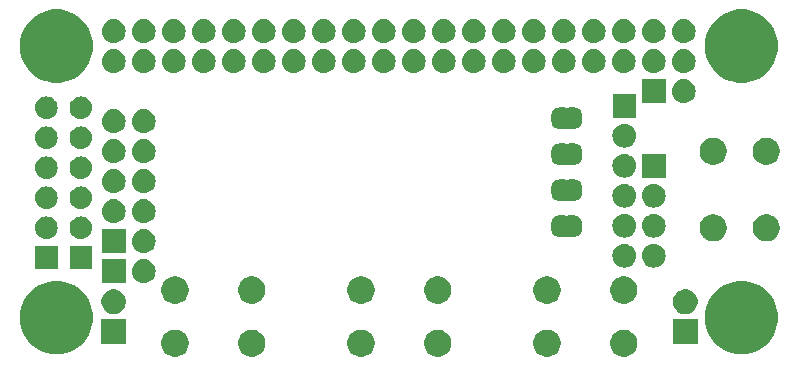
<source format=gbs>
G04 #@! TF.GenerationSoftware,KiCad,Pcbnew,(5.1.4)-1*
G04 #@! TF.CreationDate,2020-02-28T01:36:28+00:00*
G04 #@! TF.ProjectId,rgb-to-hdmi,7267622d-746f-42d6-9864-6d692e6b6963,rev?*
G04 #@! TF.SameCoordinates,Original*
G04 #@! TF.FileFunction,Soldermask,Bot*
G04 #@! TF.FilePolarity,Negative*
%FSLAX46Y46*%
G04 Gerber Fmt 4.6, Leading zero omitted, Abs format (unit mm)*
G04 Created by KiCad (PCBNEW (5.1.4)-1) date 2020-02-28 01:36:28*
%MOMM*%
%LPD*%
G04 APERTURE LIST*
%ADD10C,0.100000*%
G04 APERTURE END LIST*
D10*
G36*
X52139443Y-52041154D02*
G01*
X52348728Y-52127842D01*
X52537081Y-52253696D01*
X52697264Y-52413879D01*
X52823118Y-52602232D01*
X52909806Y-52811517D01*
X52954000Y-53033695D01*
X52954000Y-53260225D01*
X52909806Y-53482403D01*
X52823118Y-53691688D01*
X52697264Y-53880041D01*
X52537081Y-54040224D01*
X52348728Y-54166078D01*
X52139443Y-54252766D01*
X51917265Y-54296960D01*
X51690735Y-54296960D01*
X51468557Y-54252766D01*
X51259272Y-54166078D01*
X51070919Y-54040224D01*
X50910736Y-53880041D01*
X50784882Y-53691688D01*
X50698194Y-53482403D01*
X50654000Y-53260225D01*
X50654000Y-53033695D01*
X50698194Y-52811517D01*
X50784882Y-52602232D01*
X50910736Y-52413879D01*
X51070919Y-52253696D01*
X51259272Y-52127842D01*
X51468557Y-52041154D01*
X51690735Y-51996960D01*
X51917265Y-51996960D01*
X52139443Y-52041154D01*
X52139443Y-52041154D01*
G37*
G36*
X61387443Y-52041154D02*
G01*
X61596728Y-52127842D01*
X61785081Y-52253696D01*
X61945264Y-52413879D01*
X62071118Y-52602232D01*
X62157806Y-52811517D01*
X62202000Y-53033695D01*
X62202000Y-53260225D01*
X62157806Y-53482403D01*
X62071118Y-53691688D01*
X61945264Y-53880041D01*
X61785081Y-54040224D01*
X61596728Y-54166078D01*
X61387443Y-54252766D01*
X61165265Y-54296960D01*
X60938735Y-54296960D01*
X60716557Y-54252766D01*
X60507272Y-54166078D01*
X60318919Y-54040224D01*
X60158736Y-53880041D01*
X60032882Y-53691688D01*
X59946194Y-53482403D01*
X59902000Y-53260225D01*
X59902000Y-53033695D01*
X59946194Y-52811517D01*
X60032882Y-52602232D01*
X60158736Y-52413879D01*
X60318919Y-52253696D01*
X60507272Y-52127842D01*
X60716557Y-52041154D01*
X60938735Y-51996960D01*
X61165265Y-51996960D01*
X61387443Y-52041154D01*
X61387443Y-52041154D01*
G37*
G36*
X67887443Y-52041154D02*
G01*
X68096728Y-52127842D01*
X68285081Y-52253696D01*
X68445264Y-52413879D01*
X68571118Y-52602232D01*
X68657806Y-52811517D01*
X68702000Y-53033695D01*
X68702000Y-53260225D01*
X68657806Y-53482403D01*
X68571118Y-53691688D01*
X68445264Y-53880041D01*
X68285081Y-54040224D01*
X68096728Y-54166078D01*
X67887443Y-54252766D01*
X67665265Y-54296960D01*
X67438735Y-54296960D01*
X67216557Y-54252766D01*
X67007272Y-54166078D01*
X66818919Y-54040224D01*
X66658736Y-53880041D01*
X66532882Y-53691688D01*
X66446194Y-53482403D01*
X66402000Y-53260225D01*
X66402000Y-53033695D01*
X66446194Y-52811517D01*
X66532882Y-52602232D01*
X66658736Y-52413879D01*
X66818919Y-52253696D01*
X67007272Y-52127842D01*
X67216557Y-52041154D01*
X67438735Y-51996960D01*
X67665265Y-51996960D01*
X67887443Y-52041154D01*
X67887443Y-52041154D01*
G37*
G36*
X29891443Y-52041154D02*
G01*
X30100728Y-52127842D01*
X30289081Y-52253696D01*
X30449264Y-52413879D01*
X30575118Y-52602232D01*
X30661806Y-52811517D01*
X30706000Y-53033695D01*
X30706000Y-53260225D01*
X30661806Y-53482403D01*
X30575118Y-53691688D01*
X30449264Y-53880041D01*
X30289081Y-54040224D01*
X30100728Y-54166078D01*
X29891443Y-54252766D01*
X29669265Y-54296960D01*
X29442735Y-54296960D01*
X29220557Y-54252766D01*
X29011272Y-54166078D01*
X28822919Y-54040224D01*
X28662736Y-53880041D01*
X28536882Y-53691688D01*
X28450194Y-53482403D01*
X28406000Y-53260225D01*
X28406000Y-53033695D01*
X28450194Y-52811517D01*
X28536882Y-52602232D01*
X28662736Y-52413879D01*
X28822919Y-52253696D01*
X29011272Y-52127842D01*
X29220557Y-52041154D01*
X29442735Y-51996960D01*
X29669265Y-51996960D01*
X29891443Y-52041154D01*
X29891443Y-52041154D01*
G37*
G36*
X45639443Y-52041154D02*
G01*
X45848728Y-52127842D01*
X46037081Y-52253696D01*
X46197264Y-52413879D01*
X46323118Y-52602232D01*
X46409806Y-52811517D01*
X46454000Y-53033695D01*
X46454000Y-53260225D01*
X46409806Y-53482403D01*
X46323118Y-53691688D01*
X46197264Y-53880041D01*
X46037081Y-54040224D01*
X45848728Y-54166078D01*
X45639443Y-54252766D01*
X45417265Y-54296960D01*
X45190735Y-54296960D01*
X44968557Y-54252766D01*
X44759272Y-54166078D01*
X44570919Y-54040224D01*
X44410736Y-53880041D01*
X44284882Y-53691688D01*
X44198194Y-53482403D01*
X44154000Y-53260225D01*
X44154000Y-53033695D01*
X44198194Y-52811517D01*
X44284882Y-52602232D01*
X44410736Y-52413879D01*
X44570919Y-52253696D01*
X44759272Y-52127842D01*
X44968557Y-52041154D01*
X45190735Y-51996960D01*
X45417265Y-51996960D01*
X45639443Y-52041154D01*
X45639443Y-52041154D01*
G37*
G36*
X36391443Y-52041154D02*
G01*
X36600728Y-52127842D01*
X36789081Y-52253696D01*
X36949264Y-52413879D01*
X37075118Y-52602232D01*
X37161806Y-52811517D01*
X37206000Y-53033695D01*
X37206000Y-53260225D01*
X37161806Y-53482403D01*
X37075118Y-53691688D01*
X36949264Y-53880041D01*
X36789081Y-54040224D01*
X36600728Y-54166078D01*
X36391443Y-54252766D01*
X36169265Y-54296960D01*
X35942735Y-54296960D01*
X35720557Y-54252766D01*
X35511272Y-54166078D01*
X35322919Y-54040224D01*
X35162736Y-53880041D01*
X35036882Y-53691688D01*
X34950194Y-53482403D01*
X34906000Y-53260225D01*
X34906000Y-53033695D01*
X34950194Y-52811517D01*
X35036882Y-52602232D01*
X35162736Y-52413879D01*
X35322919Y-52253696D01*
X35511272Y-52127842D01*
X35720557Y-52041154D01*
X35942735Y-51996960D01*
X36169265Y-51996960D01*
X36391443Y-52041154D01*
X36391443Y-52041154D01*
G37*
G36*
X20204038Y-47979309D02*
G01*
X20404237Y-48019131D01*
X20968401Y-48252815D01*
X21476135Y-48592072D01*
X21907928Y-49023865D01*
X22247185Y-49531599D01*
X22338795Y-49752766D01*
X22480869Y-50095763D01*
X22589246Y-50640610D01*
X22600000Y-50694677D01*
X22600000Y-51305323D01*
X22480869Y-51904237D01*
X22247185Y-52468401D01*
X21907928Y-52976135D01*
X21476135Y-53407928D01*
X20968401Y-53747185D01*
X20404237Y-53980869D01*
X19805324Y-54100000D01*
X19194676Y-54100000D01*
X18595763Y-53980869D01*
X18031599Y-53747185D01*
X17523865Y-53407928D01*
X17092072Y-52976135D01*
X16752815Y-52468401D01*
X16519131Y-51904237D01*
X16400000Y-51305323D01*
X16400000Y-50694677D01*
X16410755Y-50640610D01*
X16519131Y-50095763D01*
X16661205Y-49752766D01*
X16752815Y-49531599D01*
X17092072Y-49023865D01*
X17523865Y-48592072D01*
X18031599Y-48252815D01*
X18595763Y-48019131D01*
X18795962Y-47979309D01*
X19194676Y-47900000D01*
X19805324Y-47900000D01*
X20204038Y-47979309D01*
X20204038Y-47979309D01*
G37*
G36*
X78204038Y-47979309D02*
G01*
X78404237Y-48019131D01*
X78968401Y-48252815D01*
X79476135Y-48592072D01*
X79907928Y-49023865D01*
X80247185Y-49531599D01*
X80338795Y-49752766D01*
X80480869Y-50095763D01*
X80589246Y-50640610D01*
X80600000Y-50694677D01*
X80600000Y-51305323D01*
X80480869Y-51904237D01*
X80247185Y-52468401D01*
X79907928Y-52976135D01*
X79476135Y-53407928D01*
X78968401Y-53747185D01*
X78404237Y-53980869D01*
X77805324Y-54100000D01*
X77194676Y-54100000D01*
X76595763Y-53980869D01*
X76031599Y-53747185D01*
X75523865Y-53407928D01*
X75092072Y-52976135D01*
X74752815Y-52468401D01*
X74519131Y-51904237D01*
X74400000Y-51305323D01*
X74400000Y-50694677D01*
X74410755Y-50640610D01*
X74519131Y-50095763D01*
X74661205Y-49752766D01*
X74752815Y-49531599D01*
X75092072Y-49023865D01*
X75523865Y-48592072D01*
X76031599Y-48252815D01*
X76595763Y-48019131D01*
X76795962Y-47979309D01*
X77194676Y-47900000D01*
X77805324Y-47900000D01*
X78204038Y-47979309D01*
X78204038Y-47979309D01*
G37*
G36*
X25399000Y-53220960D02*
G01*
X23299000Y-53220960D01*
X23299000Y-51120960D01*
X25399000Y-51120960D01*
X25399000Y-53220960D01*
X25399000Y-53220960D01*
G37*
G36*
X73809000Y-53220960D02*
G01*
X71709000Y-53220960D01*
X71709000Y-51120960D01*
X73809000Y-51120960D01*
X73809000Y-53220960D01*
X73809000Y-53220960D01*
G37*
G36*
X73065274Y-48621310D02*
G01*
X73256362Y-48700462D01*
X73428336Y-48815371D01*
X73574589Y-48961624D01*
X73689498Y-49133598D01*
X73768650Y-49324686D01*
X73809000Y-49527544D01*
X73809000Y-49734376D01*
X73768650Y-49937234D01*
X73689498Y-50128322D01*
X73574589Y-50300296D01*
X73428336Y-50446549D01*
X73256362Y-50561458D01*
X73065274Y-50640610D01*
X72862416Y-50680960D01*
X72655584Y-50680960D01*
X72452726Y-50640610D01*
X72261638Y-50561458D01*
X72089664Y-50446549D01*
X71943411Y-50300296D01*
X71828502Y-50128322D01*
X71749350Y-49937234D01*
X71709000Y-49734376D01*
X71709000Y-49527544D01*
X71749350Y-49324686D01*
X71828502Y-49133598D01*
X71943411Y-48961624D01*
X72089664Y-48815371D01*
X72261638Y-48700462D01*
X72452726Y-48621310D01*
X72655584Y-48580960D01*
X72862416Y-48580960D01*
X73065274Y-48621310D01*
X73065274Y-48621310D01*
G37*
G36*
X24655274Y-48621310D02*
G01*
X24846362Y-48700462D01*
X25018336Y-48815371D01*
X25164589Y-48961624D01*
X25279498Y-49133598D01*
X25358650Y-49324686D01*
X25399000Y-49527544D01*
X25399000Y-49734376D01*
X25358650Y-49937234D01*
X25279498Y-50128322D01*
X25164589Y-50300296D01*
X25018336Y-50446549D01*
X24846362Y-50561458D01*
X24655274Y-50640610D01*
X24452416Y-50680960D01*
X24245584Y-50680960D01*
X24042726Y-50640610D01*
X23851638Y-50561458D01*
X23679664Y-50446549D01*
X23533411Y-50300296D01*
X23418502Y-50128322D01*
X23339350Y-49937234D01*
X23299000Y-49734376D01*
X23299000Y-49527544D01*
X23339350Y-49324686D01*
X23418502Y-49133598D01*
X23533411Y-48961624D01*
X23679664Y-48815371D01*
X23851638Y-48700462D01*
X24042726Y-48621310D01*
X24245584Y-48580960D01*
X24452416Y-48580960D01*
X24655274Y-48621310D01*
X24655274Y-48621310D01*
G37*
G36*
X52139443Y-47541154D02*
G01*
X52348728Y-47627842D01*
X52537081Y-47753696D01*
X52697264Y-47913879D01*
X52823118Y-48102232D01*
X52909806Y-48311517D01*
X52954000Y-48533695D01*
X52954000Y-48760225D01*
X52909806Y-48982403D01*
X52823118Y-49191688D01*
X52697264Y-49380041D01*
X52537081Y-49540224D01*
X52348728Y-49666078D01*
X52139443Y-49752766D01*
X51917265Y-49796960D01*
X51690735Y-49796960D01*
X51468557Y-49752766D01*
X51259272Y-49666078D01*
X51070919Y-49540224D01*
X50910736Y-49380041D01*
X50784882Y-49191688D01*
X50698194Y-48982403D01*
X50654000Y-48760225D01*
X50654000Y-48533695D01*
X50698194Y-48311517D01*
X50784882Y-48102232D01*
X50910736Y-47913879D01*
X51070919Y-47753696D01*
X51259272Y-47627842D01*
X51468557Y-47541154D01*
X51690735Y-47496960D01*
X51917265Y-47496960D01*
X52139443Y-47541154D01*
X52139443Y-47541154D01*
G37*
G36*
X67887443Y-47541154D02*
G01*
X68096728Y-47627842D01*
X68285081Y-47753696D01*
X68445264Y-47913879D01*
X68571118Y-48102232D01*
X68657806Y-48311517D01*
X68702000Y-48533695D01*
X68702000Y-48760225D01*
X68657806Y-48982403D01*
X68571118Y-49191688D01*
X68445264Y-49380041D01*
X68285081Y-49540224D01*
X68096728Y-49666078D01*
X67887443Y-49752766D01*
X67665265Y-49796960D01*
X67438735Y-49796960D01*
X67216557Y-49752766D01*
X67007272Y-49666078D01*
X66818919Y-49540224D01*
X66658736Y-49380041D01*
X66532882Y-49191688D01*
X66446194Y-48982403D01*
X66402000Y-48760225D01*
X66402000Y-48533695D01*
X66446194Y-48311517D01*
X66532882Y-48102232D01*
X66658736Y-47913879D01*
X66818919Y-47753696D01*
X67007272Y-47627842D01*
X67216557Y-47541154D01*
X67438735Y-47496960D01*
X67665265Y-47496960D01*
X67887443Y-47541154D01*
X67887443Y-47541154D01*
G37*
G36*
X61387443Y-47541154D02*
G01*
X61596728Y-47627842D01*
X61785081Y-47753696D01*
X61945264Y-47913879D01*
X62071118Y-48102232D01*
X62157806Y-48311517D01*
X62202000Y-48533695D01*
X62202000Y-48760225D01*
X62157806Y-48982403D01*
X62071118Y-49191688D01*
X61945264Y-49380041D01*
X61785081Y-49540224D01*
X61596728Y-49666078D01*
X61387443Y-49752766D01*
X61165265Y-49796960D01*
X60938735Y-49796960D01*
X60716557Y-49752766D01*
X60507272Y-49666078D01*
X60318919Y-49540224D01*
X60158736Y-49380041D01*
X60032882Y-49191688D01*
X59946194Y-48982403D01*
X59902000Y-48760225D01*
X59902000Y-48533695D01*
X59946194Y-48311517D01*
X60032882Y-48102232D01*
X60158736Y-47913879D01*
X60318919Y-47753696D01*
X60507272Y-47627842D01*
X60716557Y-47541154D01*
X60938735Y-47496960D01*
X61165265Y-47496960D01*
X61387443Y-47541154D01*
X61387443Y-47541154D01*
G37*
G36*
X45639443Y-47541154D02*
G01*
X45848728Y-47627842D01*
X46037081Y-47753696D01*
X46197264Y-47913879D01*
X46323118Y-48102232D01*
X46409806Y-48311517D01*
X46454000Y-48533695D01*
X46454000Y-48760225D01*
X46409806Y-48982403D01*
X46323118Y-49191688D01*
X46197264Y-49380041D01*
X46037081Y-49540224D01*
X45848728Y-49666078D01*
X45639443Y-49752766D01*
X45417265Y-49796960D01*
X45190735Y-49796960D01*
X44968557Y-49752766D01*
X44759272Y-49666078D01*
X44570919Y-49540224D01*
X44410736Y-49380041D01*
X44284882Y-49191688D01*
X44198194Y-48982403D01*
X44154000Y-48760225D01*
X44154000Y-48533695D01*
X44198194Y-48311517D01*
X44284882Y-48102232D01*
X44410736Y-47913879D01*
X44570919Y-47753696D01*
X44759272Y-47627842D01*
X44968557Y-47541154D01*
X45190735Y-47496960D01*
X45417265Y-47496960D01*
X45639443Y-47541154D01*
X45639443Y-47541154D01*
G37*
G36*
X36391443Y-47541154D02*
G01*
X36600728Y-47627842D01*
X36789081Y-47753696D01*
X36949264Y-47913879D01*
X37075118Y-48102232D01*
X37161806Y-48311517D01*
X37206000Y-48533695D01*
X37206000Y-48760225D01*
X37161806Y-48982403D01*
X37075118Y-49191688D01*
X36949264Y-49380041D01*
X36789081Y-49540224D01*
X36600728Y-49666078D01*
X36391443Y-49752766D01*
X36169265Y-49796960D01*
X35942735Y-49796960D01*
X35720557Y-49752766D01*
X35511272Y-49666078D01*
X35322919Y-49540224D01*
X35162736Y-49380041D01*
X35036882Y-49191688D01*
X34950194Y-48982403D01*
X34906000Y-48760225D01*
X34906000Y-48533695D01*
X34950194Y-48311517D01*
X35036882Y-48102232D01*
X35162736Y-47913879D01*
X35322919Y-47753696D01*
X35511272Y-47627842D01*
X35720557Y-47541154D01*
X35942735Y-47496960D01*
X36169265Y-47496960D01*
X36391443Y-47541154D01*
X36391443Y-47541154D01*
G37*
G36*
X29891443Y-47541154D02*
G01*
X30100728Y-47627842D01*
X30289081Y-47753696D01*
X30449264Y-47913879D01*
X30575118Y-48102232D01*
X30661806Y-48311517D01*
X30706000Y-48533695D01*
X30706000Y-48760225D01*
X30661806Y-48982403D01*
X30575118Y-49191688D01*
X30449264Y-49380041D01*
X30289081Y-49540224D01*
X30100728Y-49666078D01*
X29891443Y-49752766D01*
X29669265Y-49796960D01*
X29442735Y-49796960D01*
X29220557Y-49752766D01*
X29011272Y-49666078D01*
X28822919Y-49540224D01*
X28662736Y-49380041D01*
X28536882Y-49191688D01*
X28450194Y-48982403D01*
X28406000Y-48760225D01*
X28406000Y-48533695D01*
X28450194Y-48311517D01*
X28536882Y-48102232D01*
X28662736Y-47913879D01*
X28822919Y-47753696D01*
X29011272Y-47627842D01*
X29220557Y-47541154D01*
X29442735Y-47496960D01*
X29669265Y-47496960D01*
X29891443Y-47541154D01*
X29891443Y-47541154D01*
G37*
G36*
X25372000Y-48050960D02*
G01*
X23372000Y-48050960D01*
X23372000Y-46050960D01*
X25372000Y-46050960D01*
X25372000Y-48050960D01*
X25372000Y-48050960D01*
G37*
G36*
X27108036Y-46065429D02*
G01*
X27296533Y-46122609D01*
X27458265Y-46209058D01*
X27470258Y-46215468D01*
X27622528Y-46340432D01*
X27747492Y-46492702D01*
X27747493Y-46492704D01*
X27840351Y-46666427D01*
X27897531Y-46854924D01*
X27916838Y-47050960D01*
X27897531Y-47246996D01*
X27840351Y-47435493D01*
X27783873Y-47541154D01*
X27747492Y-47609218D01*
X27622528Y-47761488D01*
X27470258Y-47886452D01*
X27470256Y-47886453D01*
X27296533Y-47979311D01*
X27108036Y-48036491D01*
X26961125Y-48050960D01*
X26862875Y-48050960D01*
X26715964Y-48036491D01*
X26527467Y-47979311D01*
X26353744Y-47886453D01*
X26353742Y-47886452D01*
X26201472Y-47761488D01*
X26076508Y-47609218D01*
X26040127Y-47541154D01*
X25983649Y-47435493D01*
X25926469Y-47246996D01*
X25907162Y-47050960D01*
X25926469Y-46854924D01*
X25983649Y-46666427D01*
X26076507Y-46492704D01*
X26076508Y-46492702D01*
X26201472Y-46340432D01*
X26353742Y-46215468D01*
X26365735Y-46209058D01*
X26527467Y-46122609D01*
X26715964Y-46065429D01*
X26862875Y-46050960D01*
X26961125Y-46050960D01*
X27108036Y-46065429D01*
X27108036Y-46065429D01*
G37*
G36*
X22528000Y-46857960D02*
G01*
X20628000Y-46857960D01*
X20628000Y-44957960D01*
X22528000Y-44957960D01*
X22528000Y-46857960D01*
X22528000Y-46857960D01*
G37*
G36*
X19607000Y-46857960D02*
G01*
X17707000Y-46857960D01*
X17707000Y-44957960D01*
X19607000Y-44957960D01*
X19607000Y-46857960D01*
X19607000Y-46857960D01*
G37*
G36*
X70288036Y-44770029D02*
G01*
X70476533Y-44827209D01*
X70638265Y-44913658D01*
X70650258Y-44920068D01*
X70802528Y-45045032D01*
X70927492Y-45197302D01*
X70927493Y-45197304D01*
X71020351Y-45371027D01*
X71077531Y-45559524D01*
X71096838Y-45755560D01*
X71077531Y-45951596D01*
X71020351Y-46140093D01*
X70933902Y-46301825D01*
X70927492Y-46313818D01*
X70802528Y-46466088D01*
X70650258Y-46591052D01*
X70650256Y-46591053D01*
X70476533Y-46683911D01*
X70288036Y-46741091D01*
X70141125Y-46755560D01*
X70042875Y-46755560D01*
X69895964Y-46741091D01*
X69707467Y-46683911D01*
X69533744Y-46591053D01*
X69533742Y-46591052D01*
X69381472Y-46466088D01*
X69256508Y-46313818D01*
X69250098Y-46301825D01*
X69163649Y-46140093D01*
X69106469Y-45951596D01*
X69087162Y-45755560D01*
X69106469Y-45559524D01*
X69163649Y-45371027D01*
X69256507Y-45197304D01*
X69256508Y-45197302D01*
X69381472Y-45045032D01*
X69533742Y-44920068D01*
X69545735Y-44913658D01*
X69707467Y-44827209D01*
X69895964Y-44770029D01*
X70042875Y-44755560D01*
X70141125Y-44755560D01*
X70288036Y-44770029D01*
X70288036Y-44770029D01*
G37*
G36*
X67796836Y-44768470D02*
G01*
X67985333Y-44825650D01*
X68115998Y-44895493D01*
X68159058Y-44918509D01*
X68311328Y-45043473D01*
X68436292Y-45195743D01*
X68436293Y-45195745D01*
X68529151Y-45369468D01*
X68586331Y-45557965D01*
X68605638Y-45754001D01*
X68586331Y-45950037D01*
X68529151Y-46138534D01*
X68488028Y-46215468D01*
X68436292Y-46312259D01*
X68311328Y-46464529D01*
X68159058Y-46589493D01*
X68159056Y-46589494D01*
X67985333Y-46682352D01*
X67796836Y-46739532D01*
X67649925Y-46754001D01*
X67551675Y-46754001D01*
X67404764Y-46739532D01*
X67216267Y-46682352D01*
X67042544Y-46589494D01*
X67042542Y-46589493D01*
X66890272Y-46464529D01*
X66765308Y-46312259D01*
X66713572Y-46215468D01*
X66672449Y-46138534D01*
X66615269Y-45950037D01*
X66595962Y-45754001D01*
X66615269Y-45557965D01*
X66672449Y-45369468D01*
X66765307Y-45195745D01*
X66765308Y-45195743D01*
X66890272Y-45043473D01*
X67042542Y-44918509D01*
X67085602Y-44895493D01*
X67216267Y-44825650D01*
X67404764Y-44768470D01*
X67551675Y-44754001D01*
X67649925Y-44754001D01*
X67796836Y-44768470D01*
X67796836Y-44768470D01*
G37*
G36*
X27108036Y-43525429D02*
G01*
X27296533Y-43582609D01*
X27433941Y-43656056D01*
X27470258Y-43675468D01*
X27622528Y-43800432D01*
X27747492Y-43952702D01*
X27747493Y-43952704D01*
X27840351Y-44126427D01*
X27897531Y-44314924D01*
X27916838Y-44510960D01*
X27897531Y-44706996D01*
X27840351Y-44895493D01*
X27806961Y-44957960D01*
X27747492Y-45069218D01*
X27622528Y-45221488D01*
X27470258Y-45346452D01*
X27470256Y-45346453D01*
X27296533Y-45439311D01*
X27108036Y-45496491D01*
X26961125Y-45510960D01*
X26862875Y-45510960D01*
X26715964Y-45496491D01*
X26527467Y-45439311D01*
X26353744Y-45346453D01*
X26353742Y-45346452D01*
X26201472Y-45221488D01*
X26076508Y-45069218D01*
X26017039Y-44957960D01*
X25983649Y-44895493D01*
X25926469Y-44706996D01*
X25907162Y-44510960D01*
X25926469Y-44314924D01*
X25983649Y-44126427D01*
X26076507Y-43952704D01*
X26076508Y-43952702D01*
X26201472Y-43800432D01*
X26353742Y-43675468D01*
X26390059Y-43656056D01*
X26527467Y-43582609D01*
X26715964Y-43525429D01*
X26862875Y-43510960D01*
X26961125Y-43510960D01*
X27108036Y-43525429D01*
X27108036Y-43525429D01*
G37*
G36*
X25372000Y-45510960D02*
G01*
X23372000Y-45510960D01*
X23372000Y-43510960D01*
X25372000Y-43510960D01*
X25372000Y-45510960D01*
X25372000Y-45510960D01*
G37*
G36*
X79952443Y-42285154D02*
G01*
X80161728Y-42371842D01*
X80350081Y-42497696D01*
X80510264Y-42657879D01*
X80636118Y-42846232D01*
X80722806Y-43055517D01*
X80767000Y-43277695D01*
X80767000Y-43504225D01*
X80722806Y-43726403D01*
X80636118Y-43935688D01*
X80510264Y-44124041D01*
X80350081Y-44284224D01*
X80161728Y-44410078D01*
X79952443Y-44496766D01*
X79730265Y-44540960D01*
X79503735Y-44540960D01*
X79281557Y-44496766D01*
X79072272Y-44410078D01*
X78883919Y-44284224D01*
X78723736Y-44124041D01*
X78597882Y-43935688D01*
X78511194Y-43726403D01*
X78467000Y-43504225D01*
X78467000Y-43277695D01*
X78511194Y-43055517D01*
X78597882Y-42846232D01*
X78723736Y-42657879D01*
X78883919Y-42497696D01*
X79072272Y-42371842D01*
X79281557Y-42285154D01*
X79503735Y-42240960D01*
X79730265Y-42240960D01*
X79952443Y-42285154D01*
X79952443Y-42285154D01*
G37*
G36*
X75452443Y-42285154D02*
G01*
X75661728Y-42371842D01*
X75850081Y-42497696D01*
X76010264Y-42657879D01*
X76136118Y-42846232D01*
X76222806Y-43055517D01*
X76267000Y-43277695D01*
X76267000Y-43504225D01*
X76222806Y-43726403D01*
X76136118Y-43935688D01*
X76010264Y-44124041D01*
X75850081Y-44284224D01*
X75661728Y-44410078D01*
X75452443Y-44496766D01*
X75230265Y-44540960D01*
X75003735Y-44540960D01*
X74781557Y-44496766D01*
X74572272Y-44410078D01*
X74383919Y-44284224D01*
X74223736Y-44124041D01*
X74097882Y-43935688D01*
X74011194Y-43726403D01*
X73967000Y-43504225D01*
X73967000Y-43277695D01*
X74011194Y-43055517D01*
X74097882Y-42846232D01*
X74223736Y-42657879D01*
X74383919Y-42497696D01*
X74572272Y-42371842D01*
X74781557Y-42285154D01*
X75003735Y-42240960D01*
X75230265Y-42240960D01*
X75452443Y-42285154D01*
X75452443Y-42285154D01*
G37*
G36*
X18843234Y-42431706D02*
G01*
X19022309Y-42486028D01*
X19187342Y-42574240D01*
X19187343Y-42574241D01*
X19187345Y-42574242D01*
X19332001Y-42692959D01*
X19445310Y-42831025D01*
X19450720Y-42837618D01*
X19538932Y-43002651D01*
X19593254Y-43181726D01*
X19611596Y-43367960D01*
X19593254Y-43554194D01*
X19538932Y-43733269D01*
X19497706Y-43810397D01*
X19450718Y-43898305D01*
X19332001Y-44042961D01*
X19187345Y-44161678D01*
X19187343Y-44161679D01*
X19187342Y-44161680D01*
X19022309Y-44249892D01*
X18843234Y-44304214D01*
X18703665Y-44317960D01*
X18610335Y-44317960D01*
X18470766Y-44304214D01*
X18291691Y-44249892D01*
X18126658Y-44161680D01*
X18126657Y-44161679D01*
X18126655Y-44161678D01*
X17981999Y-44042961D01*
X17863282Y-43898305D01*
X17816294Y-43810397D01*
X17775068Y-43733269D01*
X17720746Y-43554194D01*
X17702404Y-43367960D01*
X17720746Y-43181726D01*
X17775068Y-43002651D01*
X17863280Y-42837618D01*
X17868691Y-42831025D01*
X17981999Y-42692959D01*
X18126655Y-42574242D01*
X18126657Y-42574241D01*
X18126658Y-42574240D01*
X18291691Y-42486028D01*
X18470766Y-42431706D01*
X18610335Y-42417960D01*
X18703665Y-42417960D01*
X18843234Y-42431706D01*
X18843234Y-42431706D01*
G37*
G36*
X21764234Y-42431706D02*
G01*
X21943309Y-42486028D01*
X22108342Y-42574240D01*
X22108343Y-42574241D01*
X22108345Y-42574242D01*
X22253001Y-42692959D01*
X22366310Y-42831025D01*
X22371720Y-42837618D01*
X22459932Y-43002651D01*
X22514254Y-43181726D01*
X22532596Y-43367960D01*
X22514254Y-43554194D01*
X22459932Y-43733269D01*
X22418706Y-43810397D01*
X22371718Y-43898305D01*
X22253001Y-44042961D01*
X22108345Y-44161678D01*
X22108343Y-44161679D01*
X22108342Y-44161680D01*
X21943309Y-44249892D01*
X21764234Y-44304214D01*
X21624665Y-44317960D01*
X21531335Y-44317960D01*
X21391766Y-44304214D01*
X21212691Y-44249892D01*
X21047658Y-44161680D01*
X21047657Y-44161679D01*
X21047655Y-44161678D01*
X20902999Y-44042961D01*
X20784282Y-43898305D01*
X20737294Y-43810397D01*
X20696068Y-43733269D01*
X20641746Y-43554194D01*
X20623404Y-43367960D01*
X20641746Y-43181726D01*
X20696068Y-43002651D01*
X20784280Y-42837618D01*
X20789691Y-42831025D01*
X20902999Y-42692959D01*
X21047655Y-42574242D01*
X21047657Y-42574241D01*
X21047658Y-42574240D01*
X21212691Y-42486028D01*
X21391766Y-42431706D01*
X21531335Y-42417960D01*
X21624665Y-42417960D01*
X21764234Y-42431706D01*
X21764234Y-42431706D01*
G37*
G36*
X70288036Y-42230029D02*
G01*
X70476533Y-42287209D01*
X70616072Y-42361795D01*
X70650258Y-42380068D01*
X70802528Y-42505032D01*
X70927492Y-42657302D01*
X70927493Y-42657304D01*
X71020351Y-42831027D01*
X71077531Y-43019524D01*
X71096838Y-43215560D01*
X71077531Y-43411596D01*
X71020351Y-43600093D01*
X70949166Y-43733269D01*
X70927492Y-43773818D01*
X70802528Y-43926088D01*
X70650258Y-44051052D01*
X70650256Y-44051053D01*
X70476533Y-44143911D01*
X70288036Y-44201091D01*
X70141125Y-44215560D01*
X70042875Y-44215560D01*
X69895964Y-44201091D01*
X69707467Y-44143911D01*
X69533744Y-44051053D01*
X69533742Y-44051052D01*
X69381472Y-43926088D01*
X69256508Y-43773818D01*
X69234834Y-43733269D01*
X69163649Y-43600093D01*
X69106469Y-43411596D01*
X69087162Y-43215560D01*
X69106469Y-43019524D01*
X69163649Y-42831027D01*
X69256507Y-42657304D01*
X69256508Y-42657302D01*
X69381472Y-42505032D01*
X69533742Y-42380068D01*
X69567928Y-42361795D01*
X69707467Y-42287209D01*
X69895964Y-42230029D01*
X70042875Y-42215560D01*
X70141125Y-42215560D01*
X70288036Y-42230029D01*
X70288036Y-42230029D01*
G37*
G36*
X67796836Y-42228470D02*
G01*
X67985333Y-42285650D01*
X68134974Y-42365636D01*
X68159058Y-42378509D01*
X68311328Y-42503473D01*
X68436292Y-42655743D01*
X68436293Y-42655745D01*
X68529151Y-42829468D01*
X68586331Y-43017965D01*
X68605638Y-43214001D01*
X68586331Y-43410037D01*
X68529151Y-43598534D01*
X68488028Y-43675468D01*
X68436292Y-43772259D01*
X68311328Y-43924529D01*
X68159058Y-44049493D01*
X68159056Y-44049494D01*
X67985333Y-44142352D01*
X67796836Y-44199532D01*
X67649925Y-44214001D01*
X67551675Y-44214001D01*
X67404764Y-44199532D01*
X67216267Y-44142352D01*
X67042544Y-44049494D01*
X67042542Y-44049493D01*
X66890272Y-43924529D01*
X66765308Y-43772259D01*
X66713572Y-43675468D01*
X66672449Y-43598534D01*
X66615269Y-43410037D01*
X66595962Y-43214001D01*
X66615269Y-43017965D01*
X66672449Y-42829468D01*
X66765307Y-42655745D01*
X66765308Y-42655743D01*
X66890272Y-42503473D01*
X67042542Y-42378509D01*
X67066626Y-42365636D01*
X67216267Y-42285650D01*
X67404764Y-42228470D01*
X67551675Y-42214001D01*
X67649925Y-42214001D01*
X67796836Y-42228470D01*
X67796836Y-42228470D01*
G37*
G36*
X62560992Y-42340234D02*
G01*
X62561000Y-42340234D01*
X62590405Y-42343130D01*
X62618680Y-42351707D01*
X62618682Y-42351708D01*
X62620808Y-42352353D01*
X62652947Y-42365665D01*
X62691401Y-42373313D01*
X62730608Y-42373313D01*
X62769061Y-42365663D01*
X62801193Y-42352353D01*
X62803317Y-42351709D01*
X62803320Y-42351707D01*
X62831595Y-42343130D01*
X62861000Y-42340234D01*
X62861008Y-42340234D01*
X62870827Y-42339267D01*
X63351173Y-42339267D01*
X63360991Y-42340234D01*
X63361000Y-42340234D01*
X63365863Y-42340713D01*
X63385448Y-42341675D01*
X63400182Y-42341675D01*
X63410000Y-42342642D01*
X63410009Y-42342642D01*
X63439414Y-42345538D01*
X63439425Y-42345540D01*
X63449241Y-42346507D01*
X63526096Y-42361795D01*
X63535531Y-42364657D01*
X63535547Y-42364660D01*
X63563822Y-42373237D01*
X63563830Y-42373240D01*
X63573278Y-42376106D01*
X63645668Y-42406091D01*
X63654374Y-42410744D01*
X63654378Y-42410746D01*
X63667874Y-42417960D01*
X63689140Y-42429327D01*
X63754301Y-42472867D01*
X63761924Y-42479123D01*
X63761936Y-42479131D01*
X63784776Y-42497876D01*
X63784780Y-42497880D01*
X63792408Y-42504140D01*
X63847820Y-42559552D01*
X63854080Y-42567180D01*
X63854084Y-42567184D01*
X63872829Y-42590024D01*
X63872837Y-42590036D01*
X63879093Y-42597659D01*
X63922633Y-42662820D01*
X63927284Y-42671521D01*
X63927285Y-42671523D01*
X63941214Y-42697582D01*
X63941216Y-42697586D01*
X63945869Y-42706292D01*
X63975854Y-42778682D01*
X63978720Y-42788130D01*
X63978723Y-42788138D01*
X63987300Y-42816413D01*
X63987303Y-42816429D01*
X63990165Y-42825864D01*
X64005453Y-42902719D01*
X64006420Y-42912535D01*
X64006422Y-42912546D01*
X64009318Y-42941951D01*
X64009318Y-42941960D01*
X64010285Y-42951778D01*
X64010285Y-42966512D01*
X64011247Y-42986097D01*
X64011726Y-42990960D01*
X64011726Y-42990969D01*
X64012693Y-43000787D01*
X64012693Y-43481133D01*
X64011726Y-43490951D01*
X64011726Y-43490960D01*
X64011247Y-43495823D01*
X64010285Y-43515408D01*
X64010285Y-43530142D01*
X64009318Y-43539960D01*
X64009318Y-43539969D01*
X64006422Y-43569374D01*
X64006420Y-43569385D01*
X64005453Y-43579201D01*
X63990165Y-43656056D01*
X63987303Y-43665491D01*
X63987300Y-43665507D01*
X63978723Y-43693782D01*
X63978720Y-43693790D01*
X63975854Y-43703238D01*
X63945869Y-43775628D01*
X63941216Y-43784334D01*
X63941214Y-43784338D01*
X63932611Y-43800432D01*
X63922633Y-43819100D01*
X63879093Y-43884261D01*
X63872837Y-43891884D01*
X63872829Y-43891896D01*
X63854084Y-43914736D01*
X63854080Y-43914740D01*
X63847820Y-43922368D01*
X63792408Y-43977780D01*
X63784780Y-43984040D01*
X63784776Y-43984044D01*
X63761936Y-44002789D01*
X63761924Y-44002797D01*
X63754301Y-44009053D01*
X63689140Y-44052593D01*
X63680439Y-44057244D01*
X63680437Y-44057245D01*
X63654378Y-44071174D01*
X63654374Y-44071176D01*
X63645668Y-44075829D01*
X63573278Y-44105814D01*
X63563830Y-44108680D01*
X63563822Y-44108683D01*
X63535547Y-44117260D01*
X63535531Y-44117263D01*
X63526096Y-44120125D01*
X63449241Y-44135413D01*
X63439425Y-44136380D01*
X63439414Y-44136382D01*
X63410009Y-44139278D01*
X63410000Y-44139278D01*
X63400182Y-44140245D01*
X63385448Y-44140245D01*
X63365863Y-44141207D01*
X63361000Y-44141686D01*
X63360991Y-44141686D01*
X63351173Y-44142653D01*
X62870827Y-44142653D01*
X62861008Y-44141686D01*
X62861000Y-44141686D01*
X62831595Y-44138790D01*
X62803320Y-44130213D01*
X62803318Y-44130212D01*
X62801192Y-44129567D01*
X62769053Y-44116255D01*
X62730599Y-44108607D01*
X62691392Y-44108607D01*
X62652939Y-44116257D01*
X62620807Y-44129567D01*
X62618683Y-44130211D01*
X62618680Y-44130213D01*
X62590405Y-44138790D01*
X62561000Y-44141686D01*
X62560992Y-44141686D01*
X62551173Y-44142653D01*
X62070827Y-44142653D01*
X62061009Y-44141686D01*
X62061000Y-44141686D01*
X62056137Y-44141207D01*
X62036552Y-44140245D01*
X62021818Y-44140245D01*
X62012000Y-44139278D01*
X62011991Y-44139278D01*
X61982586Y-44136382D01*
X61982575Y-44136380D01*
X61972759Y-44135413D01*
X61895904Y-44120125D01*
X61886469Y-44117263D01*
X61886453Y-44117260D01*
X61858178Y-44108683D01*
X61858170Y-44108680D01*
X61848722Y-44105814D01*
X61776332Y-44075829D01*
X61767626Y-44071176D01*
X61767622Y-44071174D01*
X61741563Y-44057245D01*
X61741561Y-44057244D01*
X61732860Y-44052593D01*
X61667699Y-44009053D01*
X61660076Y-44002797D01*
X61660064Y-44002789D01*
X61637224Y-43984044D01*
X61637220Y-43984040D01*
X61629592Y-43977780D01*
X61574180Y-43922368D01*
X61567920Y-43914740D01*
X61567916Y-43914736D01*
X61549171Y-43891896D01*
X61549163Y-43891884D01*
X61542907Y-43884261D01*
X61499367Y-43819100D01*
X61489389Y-43800432D01*
X61480786Y-43784338D01*
X61480784Y-43784334D01*
X61476131Y-43775628D01*
X61446146Y-43703238D01*
X61443280Y-43693790D01*
X61443277Y-43693782D01*
X61434700Y-43665507D01*
X61434697Y-43665491D01*
X61431835Y-43656056D01*
X61416547Y-43579201D01*
X61415580Y-43569385D01*
X61415578Y-43569374D01*
X61412682Y-43539969D01*
X61412682Y-43539960D01*
X61411715Y-43530142D01*
X61411715Y-43515408D01*
X61410753Y-43495823D01*
X61410274Y-43490960D01*
X61410274Y-43490951D01*
X61409307Y-43481133D01*
X61409307Y-43000787D01*
X61410274Y-42990969D01*
X61410274Y-42990960D01*
X61410753Y-42986097D01*
X61411715Y-42966512D01*
X61411715Y-42951778D01*
X61412682Y-42941960D01*
X61412682Y-42941951D01*
X61415578Y-42912546D01*
X61415580Y-42912535D01*
X61416547Y-42902719D01*
X61431835Y-42825864D01*
X61434697Y-42816429D01*
X61434700Y-42816413D01*
X61443277Y-42788138D01*
X61443280Y-42788130D01*
X61446146Y-42778682D01*
X61476131Y-42706292D01*
X61480784Y-42697586D01*
X61480786Y-42697582D01*
X61494715Y-42671523D01*
X61494716Y-42671521D01*
X61499367Y-42662820D01*
X61542907Y-42597659D01*
X61549163Y-42590036D01*
X61549171Y-42590024D01*
X61567916Y-42567184D01*
X61567920Y-42567180D01*
X61574180Y-42559552D01*
X61629592Y-42504140D01*
X61637220Y-42497880D01*
X61637224Y-42497876D01*
X61660064Y-42479131D01*
X61660076Y-42479123D01*
X61667699Y-42472867D01*
X61732860Y-42429327D01*
X61754126Y-42417960D01*
X61767622Y-42410746D01*
X61767626Y-42410744D01*
X61776332Y-42406091D01*
X61848722Y-42376106D01*
X61858170Y-42373240D01*
X61858178Y-42373237D01*
X61886453Y-42364660D01*
X61886469Y-42364657D01*
X61895904Y-42361795D01*
X61972759Y-42346507D01*
X61982575Y-42345540D01*
X61982586Y-42345538D01*
X62011991Y-42342642D01*
X62012000Y-42342642D01*
X62021818Y-42341675D01*
X62036552Y-42341675D01*
X62056137Y-42340713D01*
X62061000Y-42340234D01*
X62061009Y-42340234D01*
X62070827Y-42339267D01*
X62551173Y-42339267D01*
X62560992Y-42340234D01*
X62560992Y-42340234D01*
G37*
G36*
X27108036Y-40985429D02*
G01*
X27296533Y-41042609D01*
X27393899Y-41094653D01*
X27470258Y-41135468D01*
X27622528Y-41260432D01*
X27747492Y-41412702D01*
X27747493Y-41412704D01*
X27840351Y-41586427D01*
X27897531Y-41774924D01*
X27916838Y-41970960D01*
X27897531Y-42166996D01*
X27840351Y-42355493D01*
X27760420Y-42505032D01*
X27747492Y-42529218D01*
X27622528Y-42681488D01*
X27470258Y-42806452D01*
X27470256Y-42806453D01*
X27296533Y-42899311D01*
X27108036Y-42956491D01*
X26961125Y-42970960D01*
X26862875Y-42970960D01*
X26715964Y-42956491D01*
X26527467Y-42899311D01*
X26353744Y-42806453D01*
X26353742Y-42806452D01*
X26201472Y-42681488D01*
X26076508Y-42529218D01*
X26063580Y-42505032D01*
X25983649Y-42355493D01*
X25926469Y-42166996D01*
X25907162Y-41970960D01*
X25926469Y-41774924D01*
X25983649Y-41586427D01*
X26076507Y-41412704D01*
X26076508Y-41412702D01*
X26201472Y-41260432D01*
X26353742Y-41135468D01*
X26430101Y-41094653D01*
X26527467Y-41042609D01*
X26715964Y-40985429D01*
X26862875Y-40970960D01*
X26961125Y-40970960D01*
X27108036Y-40985429D01*
X27108036Y-40985429D01*
G37*
G36*
X24568036Y-40985429D02*
G01*
X24756533Y-41042609D01*
X24853899Y-41094653D01*
X24930258Y-41135468D01*
X25082528Y-41260432D01*
X25207492Y-41412702D01*
X25207493Y-41412704D01*
X25300351Y-41586427D01*
X25357531Y-41774924D01*
X25376838Y-41970960D01*
X25357531Y-42166996D01*
X25300351Y-42355493D01*
X25220420Y-42505032D01*
X25207492Y-42529218D01*
X25082528Y-42681488D01*
X24930258Y-42806452D01*
X24930256Y-42806453D01*
X24756533Y-42899311D01*
X24568036Y-42956491D01*
X24421125Y-42970960D01*
X24322875Y-42970960D01*
X24175964Y-42956491D01*
X23987467Y-42899311D01*
X23813744Y-42806453D01*
X23813742Y-42806452D01*
X23661472Y-42681488D01*
X23536508Y-42529218D01*
X23523580Y-42505032D01*
X23443649Y-42355493D01*
X23386469Y-42166996D01*
X23367162Y-41970960D01*
X23386469Y-41774924D01*
X23443649Y-41586427D01*
X23536507Y-41412704D01*
X23536508Y-41412702D01*
X23661472Y-41260432D01*
X23813742Y-41135468D01*
X23890101Y-41094653D01*
X23987467Y-41042609D01*
X24175964Y-40985429D01*
X24322875Y-40970960D01*
X24421125Y-40970960D01*
X24568036Y-40985429D01*
X24568036Y-40985429D01*
G37*
G36*
X18843234Y-39891706D02*
G01*
X19022309Y-39946028D01*
X19187342Y-40034240D01*
X19187343Y-40034241D01*
X19187345Y-40034242D01*
X19332001Y-40152959D01*
X19445310Y-40291025D01*
X19450720Y-40297618D01*
X19538932Y-40462651D01*
X19593254Y-40641726D01*
X19611596Y-40827960D01*
X19593254Y-41014194D01*
X19538932Y-41193269D01*
X19450720Y-41358302D01*
X19450718Y-41358305D01*
X19332001Y-41502961D01*
X19187345Y-41621678D01*
X19187343Y-41621679D01*
X19187342Y-41621680D01*
X19022309Y-41709892D01*
X18843234Y-41764214D01*
X18703665Y-41777960D01*
X18610335Y-41777960D01*
X18470766Y-41764214D01*
X18291691Y-41709892D01*
X18126658Y-41621680D01*
X18126657Y-41621679D01*
X18126655Y-41621678D01*
X17981999Y-41502961D01*
X17863282Y-41358305D01*
X17863280Y-41358302D01*
X17775068Y-41193269D01*
X17720746Y-41014194D01*
X17702404Y-40827960D01*
X17720746Y-40641726D01*
X17775068Y-40462651D01*
X17863280Y-40297618D01*
X17868691Y-40291025D01*
X17981999Y-40152959D01*
X18126655Y-40034242D01*
X18126657Y-40034241D01*
X18126658Y-40034240D01*
X18291691Y-39946028D01*
X18470766Y-39891706D01*
X18610335Y-39877960D01*
X18703665Y-39877960D01*
X18843234Y-39891706D01*
X18843234Y-39891706D01*
G37*
G36*
X21764234Y-39891706D02*
G01*
X21943309Y-39946028D01*
X22108342Y-40034240D01*
X22108343Y-40034241D01*
X22108345Y-40034242D01*
X22253001Y-40152959D01*
X22366310Y-40291025D01*
X22371720Y-40297618D01*
X22459932Y-40462651D01*
X22514254Y-40641726D01*
X22532596Y-40827960D01*
X22514254Y-41014194D01*
X22459932Y-41193269D01*
X22371720Y-41358302D01*
X22371718Y-41358305D01*
X22253001Y-41502961D01*
X22108345Y-41621678D01*
X22108343Y-41621679D01*
X22108342Y-41621680D01*
X21943309Y-41709892D01*
X21764234Y-41764214D01*
X21624665Y-41777960D01*
X21531335Y-41777960D01*
X21391766Y-41764214D01*
X21212691Y-41709892D01*
X21047658Y-41621680D01*
X21047657Y-41621679D01*
X21047655Y-41621678D01*
X20902999Y-41502961D01*
X20784282Y-41358305D01*
X20784280Y-41358302D01*
X20696068Y-41193269D01*
X20641746Y-41014194D01*
X20623404Y-40827960D01*
X20641746Y-40641726D01*
X20696068Y-40462651D01*
X20784280Y-40297618D01*
X20789691Y-40291025D01*
X20902999Y-40152959D01*
X21047655Y-40034242D01*
X21047657Y-40034241D01*
X21047658Y-40034240D01*
X21212691Y-39946028D01*
X21391766Y-39891706D01*
X21531335Y-39877960D01*
X21624665Y-39877960D01*
X21764234Y-39891706D01*
X21764234Y-39891706D01*
G37*
G36*
X70288036Y-39690029D02*
G01*
X70476533Y-39747209D01*
X70638265Y-39833658D01*
X70650258Y-39840068D01*
X70802528Y-39965032D01*
X70927492Y-40117302D01*
X70927493Y-40117304D01*
X71020351Y-40291027D01*
X71077531Y-40479524D01*
X71096838Y-40675560D01*
X71077531Y-40871596D01*
X71020351Y-41060093D01*
X70949166Y-41193269D01*
X70927492Y-41233818D01*
X70802528Y-41386088D01*
X70650258Y-41511052D01*
X70650256Y-41511053D01*
X70476533Y-41603911D01*
X70288036Y-41661091D01*
X70141125Y-41675560D01*
X70042875Y-41675560D01*
X69895964Y-41661091D01*
X69707467Y-41603911D01*
X69533744Y-41511053D01*
X69533742Y-41511052D01*
X69381472Y-41386088D01*
X69256508Y-41233818D01*
X69234834Y-41193269D01*
X69163649Y-41060093D01*
X69106469Y-40871596D01*
X69087162Y-40675560D01*
X69106469Y-40479524D01*
X69163649Y-40291027D01*
X69256507Y-40117304D01*
X69256508Y-40117302D01*
X69381472Y-39965032D01*
X69533742Y-39840068D01*
X69545735Y-39833658D01*
X69707467Y-39747209D01*
X69895964Y-39690029D01*
X70042875Y-39675560D01*
X70141125Y-39675560D01*
X70288036Y-39690029D01*
X70288036Y-39690029D01*
G37*
G36*
X67796836Y-39688470D02*
G01*
X67985333Y-39745650D01*
X68115998Y-39815493D01*
X68159058Y-39838509D01*
X68311328Y-39963473D01*
X68436292Y-40115743D01*
X68436293Y-40115745D01*
X68529151Y-40289468D01*
X68586331Y-40477965D01*
X68605638Y-40674001D01*
X68586331Y-40870037D01*
X68529151Y-41058534D01*
X68488028Y-41135468D01*
X68436292Y-41232259D01*
X68311328Y-41384529D01*
X68159058Y-41509493D01*
X68159056Y-41509494D01*
X67985333Y-41602352D01*
X67796836Y-41659532D01*
X67649925Y-41674001D01*
X67551675Y-41674001D01*
X67404764Y-41659532D01*
X67216267Y-41602352D01*
X67042544Y-41509494D01*
X67042542Y-41509493D01*
X66890272Y-41384529D01*
X66765308Y-41232259D01*
X66713572Y-41135468D01*
X66672449Y-41058534D01*
X66615269Y-40870037D01*
X66595962Y-40674001D01*
X66615269Y-40477965D01*
X66672449Y-40289468D01*
X66765307Y-40115745D01*
X66765308Y-40115743D01*
X66890272Y-39963473D01*
X67042542Y-39838509D01*
X67085602Y-39815493D01*
X67216267Y-39745650D01*
X67404764Y-39688470D01*
X67551675Y-39674001D01*
X67649925Y-39674001D01*
X67796836Y-39688470D01*
X67796836Y-39688470D01*
G37*
G36*
X62575992Y-39292234D02*
G01*
X62576000Y-39292234D01*
X62605405Y-39295130D01*
X62633680Y-39303707D01*
X62633682Y-39303708D01*
X62635808Y-39304353D01*
X62667947Y-39317665D01*
X62706401Y-39325313D01*
X62745608Y-39325313D01*
X62784061Y-39317663D01*
X62816193Y-39304353D01*
X62818317Y-39303709D01*
X62818320Y-39303707D01*
X62846595Y-39295130D01*
X62876000Y-39292234D01*
X62876008Y-39292234D01*
X62885827Y-39291267D01*
X63366173Y-39291267D01*
X63375991Y-39292234D01*
X63376000Y-39292234D01*
X63380863Y-39292713D01*
X63400448Y-39293675D01*
X63415182Y-39293675D01*
X63425000Y-39294642D01*
X63425009Y-39294642D01*
X63454414Y-39297538D01*
X63454425Y-39297540D01*
X63464241Y-39298507D01*
X63541096Y-39313795D01*
X63550531Y-39316657D01*
X63550547Y-39316660D01*
X63578822Y-39325237D01*
X63578830Y-39325240D01*
X63588278Y-39328106D01*
X63660668Y-39358091D01*
X63669374Y-39362744D01*
X63669378Y-39362746D01*
X63695437Y-39376675D01*
X63704140Y-39381327D01*
X63769301Y-39424867D01*
X63776924Y-39431123D01*
X63776936Y-39431131D01*
X63799776Y-39449876D01*
X63799780Y-39449880D01*
X63807408Y-39456140D01*
X63862820Y-39511552D01*
X63869080Y-39519180D01*
X63869084Y-39519184D01*
X63887829Y-39542024D01*
X63887837Y-39542036D01*
X63894093Y-39549659D01*
X63937633Y-39614820D01*
X63942284Y-39623521D01*
X63942285Y-39623523D01*
X63956214Y-39649582D01*
X63956216Y-39649586D01*
X63960869Y-39658292D01*
X63990854Y-39730682D01*
X63993720Y-39740130D01*
X63993723Y-39740138D01*
X64002300Y-39768413D01*
X64002303Y-39768429D01*
X64005165Y-39777864D01*
X64020453Y-39854719D01*
X64021420Y-39864535D01*
X64021422Y-39864546D01*
X64024318Y-39893951D01*
X64024318Y-39893960D01*
X64025285Y-39903778D01*
X64025285Y-39918512D01*
X64026247Y-39938097D01*
X64026726Y-39942960D01*
X64026726Y-39942969D01*
X64027693Y-39952787D01*
X64027693Y-40433133D01*
X64026726Y-40442951D01*
X64026726Y-40442960D01*
X64026247Y-40447823D01*
X64025285Y-40467408D01*
X64025285Y-40482142D01*
X64024318Y-40491960D01*
X64024318Y-40491969D01*
X64021422Y-40521374D01*
X64021420Y-40521385D01*
X64020453Y-40531201D01*
X64005165Y-40608056D01*
X64002303Y-40617491D01*
X64002300Y-40617507D01*
X63993723Y-40645782D01*
X63993720Y-40645790D01*
X63990854Y-40655238D01*
X63960869Y-40727628D01*
X63956216Y-40736334D01*
X63956214Y-40736338D01*
X63942285Y-40762397D01*
X63937633Y-40771100D01*
X63894093Y-40836261D01*
X63887837Y-40843884D01*
X63887829Y-40843896D01*
X63869084Y-40866736D01*
X63869080Y-40866740D01*
X63862820Y-40874368D01*
X63807408Y-40929780D01*
X63799780Y-40936040D01*
X63799776Y-40936044D01*
X63776936Y-40954789D01*
X63776924Y-40954797D01*
X63769301Y-40961053D01*
X63704140Y-41004593D01*
X63695439Y-41009244D01*
X63695437Y-41009245D01*
X63669378Y-41023174D01*
X63669374Y-41023176D01*
X63660668Y-41027829D01*
X63588278Y-41057814D01*
X63578830Y-41060680D01*
X63578822Y-41060683D01*
X63550547Y-41069260D01*
X63550531Y-41069263D01*
X63541096Y-41072125D01*
X63464241Y-41087413D01*
X63454425Y-41088380D01*
X63454414Y-41088382D01*
X63425009Y-41091278D01*
X63425000Y-41091278D01*
X63415182Y-41092245D01*
X63400448Y-41092245D01*
X63380863Y-41093207D01*
X63376000Y-41093686D01*
X63375991Y-41093686D01*
X63366173Y-41094653D01*
X62885827Y-41094653D01*
X62876008Y-41093686D01*
X62876000Y-41093686D01*
X62846595Y-41090790D01*
X62818320Y-41082213D01*
X62818318Y-41082212D01*
X62816192Y-41081567D01*
X62784053Y-41068255D01*
X62745599Y-41060607D01*
X62706392Y-41060607D01*
X62667939Y-41068257D01*
X62635807Y-41081567D01*
X62633683Y-41082211D01*
X62633680Y-41082213D01*
X62605405Y-41090790D01*
X62576000Y-41093686D01*
X62575992Y-41093686D01*
X62566173Y-41094653D01*
X62085827Y-41094653D01*
X62076009Y-41093686D01*
X62076000Y-41093686D01*
X62071137Y-41093207D01*
X62051552Y-41092245D01*
X62036818Y-41092245D01*
X62027000Y-41091278D01*
X62026991Y-41091278D01*
X61997586Y-41088382D01*
X61997575Y-41088380D01*
X61987759Y-41087413D01*
X61910904Y-41072125D01*
X61901469Y-41069263D01*
X61901453Y-41069260D01*
X61873178Y-41060683D01*
X61873170Y-41060680D01*
X61863722Y-41057814D01*
X61791332Y-41027829D01*
X61782626Y-41023176D01*
X61782622Y-41023174D01*
X61756563Y-41009245D01*
X61756561Y-41009244D01*
X61747860Y-41004593D01*
X61682699Y-40961053D01*
X61675076Y-40954797D01*
X61675064Y-40954789D01*
X61652224Y-40936044D01*
X61652220Y-40936040D01*
X61644592Y-40929780D01*
X61589180Y-40874368D01*
X61582920Y-40866740D01*
X61582916Y-40866736D01*
X61564171Y-40843896D01*
X61564163Y-40843884D01*
X61557907Y-40836261D01*
X61514367Y-40771100D01*
X61509715Y-40762397D01*
X61495786Y-40736338D01*
X61495784Y-40736334D01*
X61491131Y-40727628D01*
X61461146Y-40655238D01*
X61458280Y-40645790D01*
X61458277Y-40645782D01*
X61449700Y-40617507D01*
X61449697Y-40617491D01*
X61446835Y-40608056D01*
X61431547Y-40531201D01*
X61430580Y-40521385D01*
X61430578Y-40521374D01*
X61427682Y-40491969D01*
X61427682Y-40491960D01*
X61426715Y-40482142D01*
X61426715Y-40467408D01*
X61425753Y-40447823D01*
X61425274Y-40442960D01*
X61425274Y-40442951D01*
X61424307Y-40433133D01*
X61424307Y-39952787D01*
X61425274Y-39942969D01*
X61425274Y-39942960D01*
X61425753Y-39938097D01*
X61426715Y-39918512D01*
X61426715Y-39903778D01*
X61427682Y-39893960D01*
X61427682Y-39893951D01*
X61430578Y-39864546D01*
X61430580Y-39864535D01*
X61431547Y-39854719D01*
X61446835Y-39777864D01*
X61449697Y-39768429D01*
X61449700Y-39768413D01*
X61458277Y-39740138D01*
X61458280Y-39740130D01*
X61461146Y-39730682D01*
X61491131Y-39658292D01*
X61495784Y-39649586D01*
X61495786Y-39649582D01*
X61509715Y-39623523D01*
X61509716Y-39623521D01*
X61514367Y-39614820D01*
X61557907Y-39549659D01*
X61564163Y-39542036D01*
X61564171Y-39542024D01*
X61582916Y-39519184D01*
X61582920Y-39519180D01*
X61589180Y-39511552D01*
X61644592Y-39456140D01*
X61652220Y-39449880D01*
X61652224Y-39449876D01*
X61675064Y-39431131D01*
X61675076Y-39431123D01*
X61682699Y-39424867D01*
X61747860Y-39381327D01*
X61756563Y-39376675D01*
X61782622Y-39362746D01*
X61782626Y-39362744D01*
X61791332Y-39358091D01*
X61863722Y-39328106D01*
X61873170Y-39325240D01*
X61873178Y-39325237D01*
X61901453Y-39316660D01*
X61901469Y-39316657D01*
X61910904Y-39313795D01*
X61987759Y-39298507D01*
X61997575Y-39297540D01*
X61997586Y-39297538D01*
X62026991Y-39294642D01*
X62027000Y-39294642D01*
X62036818Y-39293675D01*
X62051552Y-39293675D01*
X62071137Y-39292713D01*
X62076000Y-39292234D01*
X62076009Y-39292234D01*
X62085827Y-39291267D01*
X62566173Y-39291267D01*
X62575992Y-39292234D01*
X62575992Y-39292234D01*
G37*
G36*
X24568036Y-38445429D02*
G01*
X24756533Y-38502609D01*
X24918265Y-38589058D01*
X24930258Y-38595468D01*
X25082528Y-38720432D01*
X25207492Y-38872702D01*
X25207493Y-38872704D01*
X25300351Y-39046427D01*
X25357531Y-39234924D01*
X25376838Y-39430960D01*
X25357531Y-39626996D01*
X25300351Y-39815493D01*
X25230578Y-39946028D01*
X25207492Y-39989218D01*
X25082528Y-40141488D01*
X24930258Y-40266452D01*
X24930256Y-40266453D01*
X24756533Y-40359311D01*
X24568036Y-40416491D01*
X24421125Y-40430960D01*
X24322875Y-40430960D01*
X24175964Y-40416491D01*
X23987467Y-40359311D01*
X23813744Y-40266453D01*
X23813742Y-40266452D01*
X23661472Y-40141488D01*
X23536508Y-39989218D01*
X23513422Y-39946028D01*
X23443649Y-39815493D01*
X23386469Y-39626996D01*
X23367162Y-39430960D01*
X23386469Y-39234924D01*
X23443649Y-39046427D01*
X23536507Y-38872704D01*
X23536508Y-38872702D01*
X23661472Y-38720432D01*
X23813742Y-38595468D01*
X23825735Y-38589058D01*
X23987467Y-38502609D01*
X24175964Y-38445429D01*
X24322875Y-38430960D01*
X24421125Y-38430960D01*
X24568036Y-38445429D01*
X24568036Y-38445429D01*
G37*
G36*
X27108036Y-38445429D02*
G01*
X27296533Y-38502609D01*
X27458265Y-38589058D01*
X27470258Y-38595468D01*
X27622528Y-38720432D01*
X27747492Y-38872702D01*
X27747493Y-38872704D01*
X27840351Y-39046427D01*
X27897531Y-39234924D01*
X27916838Y-39430960D01*
X27897531Y-39626996D01*
X27840351Y-39815493D01*
X27770578Y-39946028D01*
X27747492Y-39989218D01*
X27622528Y-40141488D01*
X27470258Y-40266452D01*
X27470256Y-40266453D01*
X27296533Y-40359311D01*
X27108036Y-40416491D01*
X26961125Y-40430960D01*
X26862875Y-40430960D01*
X26715964Y-40416491D01*
X26527467Y-40359311D01*
X26353744Y-40266453D01*
X26353742Y-40266452D01*
X26201472Y-40141488D01*
X26076508Y-39989218D01*
X26053422Y-39946028D01*
X25983649Y-39815493D01*
X25926469Y-39626996D01*
X25907162Y-39430960D01*
X25926469Y-39234924D01*
X25983649Y-39046427D01*
X26076507Y-38872704D01*
X26076508Y-38872702D01*
X26201472Y-38720432D01*
X26353742Y-38595468D01*
X26365735Y-38589058D01*
X26527467Y-38502609D01*
X26715964Y-38445429D01*
X26862875Y-38430960D01*
X26961125Y-38430960D01*
X27108036Y-38445429D01*
X27108036Y-38445429D01*
G37*
G36*
X21764234Y-37351706D02*
G01*
X21943309Y-37406028D01*
X22108342Y-37494240D01*
X22108343Y-37494241D01*
X22108345Y-37494242D01*
X22253001Y-37612959D01*
X22365032Y-37749468D01*
X22371720Y-37757618D01*
X22459932Y-37922651D01*
X22514254Y-38101726D01*
X22532596Y-38287960D01*
X22514254Y-38474194D01*
X22459932Y-38653269D01*
X22371720Y-38818302D01*
X22371718Y-38818305D01*
X22253001Y-38962961D01*
X22108345Y-39081678D01*
X22108343Y-39081679D01*
X22108342Y-39081680D01*
X21943309Y-39169892D01*
X21764234Y-39224214D01*
X21624665Y-39237960D01*
X21531335Y-39237960D01*
X21391766Y-39224214D01*
X21212691Y-39169892D01*
X21047658Y-39081680D01*
X21047657Y-39081679D01*
X21047655Y-39081678D01*
X20902999Y-38962961D01*
X20784282Y-38818305D01*
X20784280Y-38818302D01*
X20696068Y-38653269D01*
X20641746Y-38474194D01*
X20623404Y-38287960D01*
X20641746Y-38101726D01*
X20696068Y-37922651D01*
X20784280Y-37757618D01*
X20790969Y-37749468D01*
X20902999Y-37612959D01*
X21047655Y-37494242D01*
X21047657Y-37494241D01*
X21047658Y-37494240D01*
X21212691Y-37406028D01*
X21391766Y-37351706D01*
X21531335Y-37337960D01*
X21624665Y-37337960D01*
X21764234Y-37351706D01*
X21764234Y-37351706D01*
G37*
G36*
X18843234Y-37351706D02*
G01*
X19022309Y-37406028D01*
X19187342Y-37494240D01*
X19187343Y-37494241D01*
X19187345Y-37494242D01*
X19332001Y-37612959D01*
X19444032Y-37749468D01*
X19450720Y-37757618D01*
X19538932Y-37922651D01*
X19593254Y-38101726D01*
X19611596Y-38287960D01*
X19593254Y-38474194D01*
X19538932Y-38653269D01*
X19450720Y-38818302D01*
X19450718Y-38818305D01*
X19332001Y-38962961D01*
X19187345Y-39081678D01*
X19187343Y-39081679D01*
X19187342Y-39081680D01*
X19022309Y-39169892D01*
X18843234Y-39224214D01*
X18703665Y-39237960D01*
X18610335Y-39237960D01*
X18470766Y-39224214D01*
X18291691Y-39169892D01*
X18126658Y-39081680D01*
X18126657Y-39081679D01*
X18126655Y-39081678D01*
X17981999Y-38962961D01*
X17863282Y-38818305D01*
X17863280Y-38818302D01*
X17775068Y-38653269D01*
X17720746Y-38474194D01*
X17702404Y-38287960D01*
X17720746Y-38101726D01*
X17775068Y-37922651D01*
X17863280Y-37757618D01*
X17869969Y-37749468D01*
X17981999Y-37612959D01*
X18126655Y-37494242D01*
X18126657Y-37494241D01*
X18126658Y-37494240D01*
X18291691Y-37406028D01*
X18470766Y-37351706D01*
X18610335Y-37337960D01*
X18703665Y-37337960D01*
X18843234Y-37351706D01*
X18843234Y-37351706D01*
G37*
G36*
X71092000Y-39135560D02*
G01*
X69092000Y-39135560D01*
X69092000Y-37135560D01*
X71092000Y-37135560D01*
X71092000Y-39135560D01*
X71092000Y-39135560D01*
G37*
G36*
X67796836Y-37148470D02*
G01*
X67985333Y-37205650D01*
X68115998Y-37275493D01*
X68159058Y-37298509D01*
X68311328Y-37423473D01*
X68436292Y-37575743D01*
X68436293Y-37575745D01*
X68529151Y-37749468D01*
X68586331Y-37937965D01*
X68605638Y-38134001D01*
X68586331Y-38330037D01*
X68529151Y-38518534D01*
X68488028Y-38595468D01*
X68436292Y-38692259D01*
X68311328Y-38844529D01*
X68159058Y-38969493D01*
X68159056Y-38969494D01*
X67985333Y-39062352D01*
X67796836Y-39119532D01*
X67649925Y-39134001D01*
X67551675Y-39134001D01*
X67404764Y-39119532D01*
X67216267Y-39062352D01*
X67042544Y-38969494D01*
X67042542Y-38969493D01*
X66890272Y-38844529D01*
X66765308Y-38692259D01*
X66713572Y-38595468D01*
X66672449Y-38518534D01*
X66615269Y-38330037D01*
X66595962Y-38134001D01*
X66615269Y-37937965D01*
X66672449Y-37749468D01*
X66765307Y-37575745D01*
X66765308Y-37575743D01*
X66890272Y-37423473D01*
X67042542Y-37298509D01*
X67085602Y-37275493D01*
X67216267Y-37205650D01*
X67404764Y-37148470D01*
X67551675Y-37134001D01*
X67649925Y-37134001D01*
X67796836Y-37148470D01*
X67796836Y-37148470D01*
G37*
G36*
X62575992Y-36244234D02*
G01*
X62576000Y-36244234D01*
X62605405Y-36247130D01*
X62633680Y-36255707D01*
X62633682Y-36255708D01*
X62635808Y-36256353D01*
X62667947Y-36269665D01*
X62706401Y-36277313D01*
X62745608Y-36277313D01*
X62784061Y-36269663D01*
X62816193Y-36256353D01*
X62818317Y-36255709D01*
X62818320Y-36255707D01*
X62846595Y-36247130D01*
X62876000Y-36244234D01*
X62876008Y-36244234D01*
X62885827Y-36243267D01*
X63366173Y-36243267D01*
X63375991Y-36244234D01*
X63376000Y-36244234D01*
X63380863Y-36244713D01*
X63400448Y-36245675D01*
X63415182Y-36245675D01*
X63425000Y-36246642D01*
X63425009Y-36246642D01*
X63454414Y-36249538D01*
X63454425Y-36249540D01*
X63464241Y-36250507D01*
X63541096Y-36265795D01*
X63550531Y-36268657D01*
X63550547Y-36268660D01*
X63578822Y-36277237D01*
X63578830Y-36277240D01*
X63588278Y-36280106D01*
X63660668Y-36310091D01*
X63669374Y-36314744D01*
X63669378Y-36314746D01*
X63695437Y-36328675D01*
X63704140Y-36333327D01*
X63769301Y-36376867D01*
X63776924Y-36383123D01*
X63776936Y-36383131D01*
X63799776Y-36401876D01*
X63799780Y-36401880D01*
X63807408Y-36408140D01*
X63862820Y-36463552D01*
X63869080Y-36471180D01*
X63869084Y-36471184D01*
X63887829Y-36494024D01*
X63887837Y-36494036D01*
X63894093Y-36501659D01*
X63937633Y-36566820D01*
X63942284Y-36575521D01*
X63942285Y-36575523D01*
X63956214Y-36601582D01*
X63956216Y-36601586D01*
X63960869Y-36610292D01*
X63990854Y-36682682D01*
X63993720Y-36692130D01*
X63993723Y-36692138D01*
X64002300Y-36720413D01*
X64002303Y-36720429D01*
X64005165Y-36729864D01*
X64020453Y-36806719D01*
X64021420Y-36816535D01*
X64021422Y-36816546D01*
X64024318Y-36845951D01*
X64024318Y-36845960D01*
X64025285Y-36855778D01*
X64025285Y-36870512D01*
X64026247Y-36890097D01*
X64026726Y-36894960D01*
X64026726Y-36894969D01*
X64027693Y-36904787D01*
X64027693Y-37385133D01*
X64026726Y-37394951D01*
X64026726Y-37394960D01*
X64026247Y-37399823D01*
X64025285Y-37419408D01*
X64025285Y-37434142D01*
X64024318Y-37443960D01*
X64024318Y-37443969D01*
X64021422Y-37473374D01*
X64021420Y-37473385D01*
X64020453Y-37483201D01*
X64005165Y-37560056D01*
X64002303Y-37569491D01*
X64002300Y-37569507D01*
X63993723Y-37597782D01*
X63993720Y-37597790D01*
X63990854Y-37607238D01*
X63960869Y-37679628D01*
X63956216Y-37688334D01*
X63956214Y-37688338D01*
X63942285Y-37714397D01*
X63937633Y-37723100D01*
X63894093Y-37788261D01*
X63887837Y-37795884D01*
X63887829Y-37795896D01*
X63869084Y-37818736D01*
X63869080Y-37818740D01*
X63862820Y-37826368D01*
X63807408Y-37881780D01*
X63799780Y-37888040D01*
X63799776Y-37888044D01*
X63776936Y-37906789D01*
X63776924Y-37906797D01*
X63769301Y-37913053D01*
X63704140Y-37956593D01*
X63695439Y-37961244D01*
X63695437Y-37961245D01*
X63669378Y-37975174D01*
X63669374Y-37975176D01*
X63660668Y-37979829D01*
X63588278Y-38009814D01*
X63578830Y-38012680D01*
X63578822Y-38012683D01*
X63550547Y-38021260D01*
X63550531Y-38021263D01*
X63541096Y-38024125D01*
X63464241Y-38039413D01*
X63454425Y-38040380D01*
X63454414Y-38040382D01*
X63425009Y-38043278D01*
X63425000Y-38043278D01*
X63415182Y-38044245D01*
X63400448Y-38044245D01*
X63380863Y-38045207D01*
X63376000Y-38045686D01*
X63375991Y-38045686D01*
X63366173Y-38046653D01*
X62885827Y-38046653D01*
X62876008Y-38045686D01*
X62876000Y-38045686D01*
X62846595Y-38042790D01*
X62818320Y-38034213D01*
X62818318Y-38034212D01*
X62816192Y-38033567D01*
X62784053Y-38020255D01*
X62745599Y-38012607D01*
X62706392Y-38012607D01*
X62667939Y-38020257D01*
X62635807Y-38033567D01*
X62633683Y-38034211D01*
X62633680Y-38034213D01*
X62605405Y-38042790D01*
X62576000Y-38045686D01*
X62575992Y-38045686D01*
X62566173Y-38046653D01*
X62085827Y-38046653D01*
X62076009Y-38045686D01*
X62076000Y-38045686D01*
X62071137Y-38045207D01*
X62051552Y-38044245D01*
X62036818Y-38044245D01*
X62027000Y-38043278D01*
X62026991Y-38043278D01*
X61997586Y-38040382D01*
X61997575Y-38040380D01*
X61987759Y-38039413D01*
X61910904Y-38024125D01*
X61901469Y-38021263D01*
X61901453Y-38021260D01*
X61873178Y-38012683D01*
X61873170Y-38012680D01*
X61863722Y-38009814D01*
X61791332Y-37979829D01*
X61782626Y-37975176D01*
X61782622Y-37975174D01*
X61756563Y-37961245D01*
X61756561Y-37961244D01*
X61747860Y-37956593D01*
X61682699Y-37913053D01*
X61675076Y-37906797D01*
X61675064Y-37906789D01*
X61652224Y-37888044D01*
X61652220Y-37888040D01*
X61644592Y-37881780D01*
X61589180Y-37826368D01*
X61582920Y-37818740D01*
X61582916Y-37818736D01*
X61564171Y-37795896D01*
X61564163Y-37795884D01*
X61557907Y-37788261D01*
X61514367Y-37723100D01*
X61509715Y-37714397D01*
X61495786Y-37688338D01*
X61495784Y-37688334D01*
X61491131Y-37679628D01*
X61461146Y-37607238D01*
X61458280Y-37597790D01*
X61458277Y-37597782D01*
X61449700Y-37569507D01*
X61449697Y-37569491D01*
X61446835Y-37560056D01*
X61431547Y-37483201D01*
X61430580Y-37473385D01*
X61430578Y-37473374D01*
X61427682Y-37443969D01*
X61427682Y-37443960D01*
X61426715Y-37434142D01*
X61426715Y-37419408D01*
X61425753Y-37399823D01*
X61425274Y-37394960D01*
X61425274Y-37394951D01*
X61424307Y-37385133D01*
X61424307Y-36904787D01*
X61425274Y-36894969D01*
X61425274Y-36894960D01*
X61425753Y-36890097D01*
X61426715Y-36870512D01*
X61426715Y-36855778D01*
X61427682Y-36845960D01*
X61427682Y-36845951D01*
X61430578Y-36816546D01*
X61430580Y-36816535D01*
X61431547Y-36806719D01*
X61446835Y-36729864D01*
X61449697Y-36720429D01*
X61449700Y-36720413D01*
X61458277Y-36692138D01*
X61458280Y-36692130D01*
X61461146Y-36682682D01*
X61491131Y-36610292D01*
X61495784Y-36601586D01*
X61495786Y-36601582D01*
X61509715Y-36575523D01*
X61509716Y-36575521D01*
X61514367Y-36566820D01*
X61557907Y-36501659D01*
X61564163Y-36494036D01*
X61564171Y-36494024D01*
X61582916Y-36471184D01*
X61582920Y-36471180D01*
X61589180Y-36463552D01*
X61644592Y-36408140D01*
X61652220Y-36401880D01*
X61652224Y-36401876D01*
X61675064Y-36383131D01*
X61675076Y-36383123D01*
X61682699Y-36376867D01*
X61747860Y-36333327D01*
X61756563Y-36328675D01*
X61782622Y-36314746D01*
X61782626Y-36314744D01*
X61791332Y-36310091D01*
X61863722Y-36280106D01*
X61873170Y-36277240D01*
X61873178Y-36277237D01*
X61901453Y-36268660D01*
X61901469Y-36268657D01*
X61910904Y-36265795D01*
X61987759Y-36250507D01*
X61997575Y-36249540D01*
X61997586Y-36249538D01*
X62026991Y-36246642D01*
X62027000Y-36246642D01*
X62036818Y-36245675D01*
X62051552Y-36245675D01*
X62071137Y-36244713D01*
X62076000Y-36244234D01*
X62076009Y-36244234D01*
X62085827Y-36243267D01*
X62566173Y-36243267D01*
X62575992Y-36244234D01*
X62575992Y-36244234D01*
G37*
G36*
X79952443Y-35785154D02*
G01*
X80161728Y-35871842D01*
X80350081Y-35997696D01*
X80510264Y-36157879D01*
X80636118Y-36346232D01*
X80722806Y-36555517D01*
X80767000Y-36777695D01*
X80767000Y-37004225D01*
X80722806Y-37226403D01*
X80636118Y-37435688D01*
X80510264Y-37624041D01*
X80350081Y-37784224D01*
X80161728Y-37910078D01*
X79952443Y-37996766D01*
X79730265Y-38040960D01*
X79503735Y-38040960D01*
X79281557Y-37996766D01*
X79072272Y-37910078D01*
X78883919Y-37784224D01*
X78723736Y-37624041D01*
X78597882Y-37435688D01*
X78511194Y-37226403D01*
X78467000Y-37004225D01*
X78467000Y-36777695D01*
X78511194Y-36555517D01*
X78597882Y-36346232D01*
X78723736Y-36157879D01*
X78883919Y-35997696D01*
X79072272Y-35871842D01*
X79281557Y-35785154D01*
X79503735Y-35740960D01*
X79730265Y-35740960D01*
X79952443Y-35785154D01*
X79952443Y-35785154D01*
G37*
G36*
X75452443Y-35785154D02*
G01*
X75661728Y-35871842D01*
X75850081Y-35997696D01*
X76010264Y-36157879D01*
X76136118Y-36346232D01*
X76222806Y-36555517D01*
X76267000Y-36777695D01*
X76267000Y-37004225D01*
X76222806Y-37226403D01*
X76136118Y-37435688D01*
X76010264Y-37624041D01*
X75850081Y-37784224D01*
X75661728Y-37910078D01*
X75452443Y-37996766D01*
X75230265Y-38040960D01*
X75003735Y-38040960D01*
X74781557Y-37996766D01*
X74572272Y-37910078D01*
X74383919Y-37784224D01*
X74223736Y-37624041D01*
X74097882Y-37435688D01*
X74011194Y-37226403D01*
X73967000Y-37004225D01*
X73967000Y-36777695D01*
X74011194Y-36555517D01*
X74097882Y-36346232D01*
X74223736Y-36157879D01*
X74383919Y-35997696D01*
X74572272Y-35871842D01*
X74781557Y-35785154D01*
X75003735Y-35740960D01*
X75230265Y-35740960D01*
X75452443Y-35785154D01*
X75452443Y-35785154D01*
G37*
G36*
X24568036Y-35905429D02*
G01*
X24756533Y-35962609D01*
X24918265Y-36049058D01*
X24930258Y-36055468D01*
X25082528Y-36180432D01*
X25207492Y-36332702D01*
X25207493Y-36332704D01*
X25300351Y-36506427D01*
X25357531Y-36694924D01*
X25376838Y-36890960D01*
X25357531Y-37086996D01*
X25300351Y-37275493D01*
X25230578Y-37406028D01*
X25207492Y-37449218D01*
X25082528Y-37601488D01*
X24930258Y-37726452D01*
X24930256Y-37726453D01*
X24756533Y-37819311D01*
X24568036Y-37876491D01*
X24421125Y-37890960D01*
X24322875Y-37890960D01*
X24175964Y-37876491D01*
X23987467Y-37819311D01*
X23813744Y-37726453D01*
X23813742Y-37726452D01*
X23661472Y-37601488D01*
X23536508Y-37449218D01*
X23513422Y-37406028D01*
X23443649Y-37275493D01*
X23386469Y-37086996D01*
X23367162Y-36890960D01*
X23386469Y-36694924D01*
X23443649Y-36506427D01*
X23536507Y-36332704D01*
X23536508Y-36332702D01*
X23661472Y-36180432D01*
X23813742Y-36055468D01*
X23825735Y-36049058D01*
X23987467Y-35962609D01*
X24175964Y-35905429D01*
X24322875Y-35890960D01*
X24421125Y-35890960D01*
X24568036Y-35905429D01*
X24568036Y-35905429D01*
G37*
G36*
X27108036Y-35905429D02*
G01*
X27296533Y-35962609D01*
X27458265Y-36049058D01*
X27470258Y-36055468D01*
X27622528Y-36180432D01*
X27747492Y-36332702D01*
X27747493Y-36332704D01*
X27840351Y-36506427D01*
X27897531Y-36694924D01*
X27916838Y-36890960D01*
X27897531Y-37086996D01*
X27840351Y-37275493D01*
X27770578Y-37406028D01*
X27747492Y-37449218D01*
X27622528Y-37601488D01*
X27470258Y-37726452D01*
X27470256Y-37726453D01*
X27296533Y-37819311D01*
X27108036Y-37876491D01*
X26961125Y-37890960D01*
X26862875Y-37890960D01*
X26715964Y-37876491D01*
X26527467Y-37819311D01*
X26353744Y-37726453D01*
X26353742Y-37726452D01*
X26201472Y-37601488D01*
X26076508Y-37449218D01*
X26053422Y-37406028D01*
X25983649Y-37275493D01*
X25926469Y-37086996D01*
X25907162Y-36890960D01*
X25926469Y-36694924D01*
X25983649Y-36506427D01*
X26076507Y-36332704D01*
X26076508Y-36332702D01*
X26201472Y-36180432D01*
X26353742Y-36055468D01*
X26365735Y-36049058D01*
X26527467Y-35962609D01*
X26715964Y-35905429D01*
X26862875Y-35890960D01*
X26961125Y-35890960D01*
X27108036Y-35905429D01*
X27108036Y-35905429D01*
G37*
G36*
X18843234Y-34811706D02*
G01*
X19022309Y-34866028D01*
X19187342Y-34954240D01*
X19187343Y-34954241D01*
X19187345Y-34954242D01*
X19332001Y-35072959D01*
X19444032Y-35209468D01*
X19450720Y-35217618D01*
X19538932Y-35382651D01*
X19593254Y-35561726D01*
X19611596Y-35747960D01*
X19593254Y-35934194D01*
X19538932Y-36113269D01*
X19450720Y-36278302D01*
X19450718Y-36278305D01*
X19332001Y-36422961D01*
X19187345Y-36541678D01*
X19187343Y-36541679D01*
X19187342Y-36541680D01*
X19022309Y-36629892D01*
X18843234Y-36684214D01*
X18703665Y-36697960D01*
X18610335Y-36697960D01*
X18470766Y-36684214D01*
X18291691Y-36629892D01*
X18126658Y-36541680D01*
X18126657Y-36541679D01*
X18126655Y-36541678D01*
X17981999Y-36422961D01*
X17863282Y-36278305D01*
X17863280Y-36278302D01*
X17775068Y-36113269D01*
X17720746Y-35934194D01*
X17702404Y-35747960D01*
X17720746Y-35561726D01*
X17775068Y-35382651D01*
X17863280Y-35217618D01*
X17869969Y-35209468D01*
X17981999Y-35072959D01*
X18126655Y-34954242D01*
X18126657Y-34954241D01*
X18126658Y-34954240D01*
X18291691Y-34866028D01*
X18470766Y-34811706D01*
X18610335Y-34797960D01*
X18703665Y-34797960D01*
X18843234Y-34811706D01*
X18843234Y-34811706D01*
G37*
G36*
X21764234Y-34811706D02*
G01*
X21943309Y-34866028D01*
X22108342Y-34954240D01*
X22108343Y-34954241D01*
X22108345Y-34954242D01*
X22253001Y-35072959D01*
X22365032Y-35209468D01*
X22371720Y-35217618D01*
X22459932Y-35382651D01*
X22514254Y-35561726D01*
X22532596Y-35747960D01*
X22514254Y-35934194D01*
X22459932Y-36113269D01*
X22371720Y-36278302D01*
X22371718Y-36278305D01*
X22253001Y-36422961D01*
X22108345Y-36541678D01*
X22108343Y-36541679D01*
X22108342Y-36541680D01*
X21943309Y-36629892D01*
X21764234Y-36684214D01*
X21624665Y-36697960D01*
X21531335Y-36697960D01*
X21391766Y-36684214D01*
X21212691Y-36629892D01*
X21047658Y-36541680D01*
X21047657Y-36541679D01*
X21047655Y-36541678D01*
X20902999Y-36422961D01*
X20784282Y-36278305D01*
X20784280Y-36278302D01*
X20696068Y-36113269D01*
X20641746Y-35934194D01*
X20623404Y-35747960D01*
X20641746Y-35561726D01*
X20696068Y-35382651D01*
X20784280Y-35217618D01*
X20790969Y-35209468D01*
X20902999Y-35072959D01*
X21047655Y-34954242D01*
X21047657Y-34954241D01*
X21047658Y-34954240D01*
X21212691Y-34866028D01*
X21391766Y-34811706D01*
X21531335Y-34797960D01*
X21624665Y-34797960D01*
X21764234Y-34811706D01*
X21764234Y-34811706D01*
G37*
G36*
X67796836Y-34608470D02*
G01*
X67985333Y-34665650D01*
X68147065Y-34752099D01*
X68159058Y-34758509D01*
X68311328Y-34883473D01*
X68436292Y-35035743D01*
X68436293Y-35035745D01*
X68529151Y-35209468D01*
X68586331Y-35397965D01*
X68605638Y-35594001D01*
X68586331Y-35790037D01*
X68529151Y-35978534D01*
X68488028Y-36055468D01*
X68436292Y-36152259D01*
X68311328Y-36304529D01*
X68159058Y-36429493D01*
X68159056Y-36429494D01*
X67985333Y-36522352D01*
X67796836Y-36579532D01*
X67649925Y-36594001D01*
X67551675Y-36594001D01*
X67404764Y-36579532D01*
X67216267Y-36522352D01*
X67042544Y-36429494D01*
X67042542Y-36429493D01*
X66890272Y-36304529D01*
X66765308Y-36152259D01*
X66713572Y-36055468D01*
X66672449Y-35978534D01*
X66615269Y-35790037D01*
X66595962Y-35594001D01*
X66615269Y-35397965D01*
X66672449Y-35209468D01*
X66765307Y-35035745D01*
X66765308Y-35035743D01*
X66890272Y-34883473D01*
X67042542Y-34758509D01*
X67054535Y-34752099D01*
X67216267Y-34665650D01*
X67404764Y-34608470D01*
X67551675Y-34594001D01*
X67649925Y-34594001D01*
X67796836Y-34608470D01*
X67796836Y-34608470D01*
G37*
G36*
X24568036Y-33365429D02*
G01*
X24756533Y-33422609D01*
X24918265Y-33509058D01*
X24930258Y-33515468D01*
X25082528Y-33640432D01*
X25207492Y-33792702D01*
X25207493Y-33792704D01*
X25300351Y-33966427D01*
X25357531Y-34154924D01*
X25376838Y-34350960D01*
X25357531Y-34546996D01*
X25300351Y-34735493D01*
X25240770Y-34846960D01*
X25207492Y-34909218D01*
X25082528Y-35061488D01*
X24930258Y-35186452D01*
X24930256Y-35186453D01*
X24756533Y-35279311D01*
X24568036Y-35336491D01*
X24421125Y-35350960D01*
X24322875Y-35350960D01*
X24175964Y-35336491D01*
X23987467Y-35279311D01*
X23813744Y-35186453D01*
X23813742Y-35186452D01*
X23661472Y-35061488D01*
X23536508Y-34909218D01*
X23503230Y-34846960D01*
X23443649Y-34735493D01*
X23386469Y-34546996D01*
X23367162Y-34350960D01*
X23386469Y-34154924D01*
X23443649Y-33966427D01*
X23536507Y-33792704D01*
X23536508Y-33792702D01*
X23661472Y-33640432D01*
X23813742Y-33515468D01*
X23825735Y-33509058D01*
X23987467Y-33422609D01*
X24175964Y-33365429D01*
X24322875Y-33350960D01*
X24421125Y-33350960D01*
X24568036Y-33365429D01*
X24568036Y-33365429D01*
G37*
G36*
X27108036Y-33365429D02*
G01*
X27296533Y-33422609D01*
X27458265Y-33509058D01*
X27470258Y-33515468D01*
X27622528Y-33640432D01*
X27747492Y-33792702D01*
X27747493Y-33792704D01*
X27840351Y-33966427D01*
X27897531Y-34154924D01*
X27916838Y-34350960D01*
X27897531Y-34546996D01*
X27840351Y-34735493D01*
X27780770Y-34846960D01*
X27747492Y-34909218D01*
X27622528Y-35061488D01*
X27470258Y-35186452D01*
X27470256Y-35186453D01*
X27296533Y-35279311D01*
X27108036Y-35336491D01*
X26961125Y-35350960D01*
X26862875Y-35350960D01*
X26715964Y-35336491D01*
X26527467Y-35279311D01*
X26353744Y-35186453D01*
X26353742Y-35186452D01*
X26201472Y-35061488D01*
X26076508Y-34909218D01*
X26043230Y-34846960D01*
X25983649Y-34735493D01*
X25926469Y-34546996D01*
X25907162Y-34350960D01*
X25926469Y-34154924D01*
X25983649Y-33966427D01*
X26076507Y-33792704D01*
X26076508Y-33792702D01*
X26201472Y-33640432D01*
X26353742Y-33515468D01*
X26365735Y-33509058D01*
X26527467Y-33422609D01*
X26715964Y-33365429D01*
X26862875Y-33350960D01*
X26961125Y-33350960D01*
X27108036Y-33365429D01*
X27108036Y-33365429D01*
G37*
G36*
X62575992Y-33196234D02*
G01*
X62576000Y-33196234D01*
X62605405Y-33199130D01*
X62633680Y-33207707D01*
X62633682Y-33207708D01*
X62635808Y-33208353D01*
X62667947Y-33221665D01*
X62706401Y-33229313D01*
X62745608Y-33229313D01*
X62784061Y-33221663D01*
X62816193Y-33208353D01*
X62818317Y-33207709D01*
X62818320Y-33207707D01*
X62846595Y-33199130D01*
X62876000Y-33196234D01*
X62876008Y-33196234D01*
X62885827Y-33195267D01*
X63366173Y-33195267D01*
X63375991Y-33196234D01*
X63376000Y-33196234D01*
X63380863Y-33196713D01*
X63400448Y-33197675D01*
X63415182Y-33197675D01*
X63425000Y-33198642D01*
X63425009Y-33198642D01*
X63454414Y-33201538D01*
X63454425Y-33201540D01*
X63464241Y-33202507D01*
X63541096Y-33217795D01*
X63550531Y-33220657D01*
X63550547Y-33220660D01*
X63578822Y-33229237D01*
X63578830Y-33229240D01*
X63588278Y-33232106D01*
X63660668Y-33262091D01*
X63669374Y-33266744D01*
X63669378Y-33266746D01*
X63695437Y-33280675D01*
X63704140Y-33285327D01*
X63769301Y-33328867D01*
X63776924Y-33335123D01*
X63776936Y-33335131D01*
X63799776Y-33353876D01*
X63799780Y-33353880D01*
X63807408Y-33360140D01*
X63862820Y-33415552D01*
X63869080Y-33423180D01*
X63869084Y-33423184D01*
X63887829Y-33446024D01*
X63887837Y-33446036D01*
X63894093Y-33453659D01*
X63937633Y-33518820D01*
X63942284Y-33527521D01*
X63942285Y-33527523D01*
X63956214Y-33553582D01*
X63956216Y-33553586D01*
X63960869Y-33562292D01*
X63990854Y-33634682D01*
X63993720Y-33644130D01*
X63993723Y-33644138D01*
X64002300Y-33672413D01*
X64002303Y-33672429D01*
X64005165Y-33681864D01*
X64020453Y-33758719D01*
X64021420Y-33768535D01*
X64021422Y-33768546D01*
X64024318Y-33797951D01*
X64024318Y-33797960D01*
X64025285Y-33807778D01*
X64025285Y-33822512D01*
X64026247Y-33842097D01*
X64026726Y-33846960D01*
X64026726Y-33846969D01*
X64027693Y-33856787D01*
X64027693Y-34337133D01*
X64026726Y-34346951D01*
X64026726Y-34346960D01*
X64026247Y-34351823D01*
X64025285Y-34371408D01*
X64025285Y-34386142D01*
X64024318Y-34395960D01*
X64024318Y-34395969D01*
X64021422Y-34425374D01*
X64021420Y-34425385D01*
X64020453Y-34435201D01*
X64005165Y-34512056D01*
X64002303Y-34521491D01*
X64002300Y-34521507D01*
X63993723Y-34549782D01*
X63993720Y-34549790D01*
X63990854Y-34559238D01*
X63960869Y-34631628D01*
X63956216Y-34640334D01*
X63956214Y-34640338D01*
X63942684Y-34665650D01*
X63937633Y-34675100D01*
X63894093Y-34740261D01*
X63887837Y-34747884D01*
X63887829Y-34747896D01*
X63869084Y-34770736D01*
X63869080Y-34770740D01*
X63862820Y-34778368D01*
X63807408Y-34833780D01*
X63799780Y-34840040D01*
X63799776Y-34840044D01*
X63776936Y-34858789D01*
X63776924Y-34858797D01*
X63769301Y-34865053D01*
X63704140Y-34908593D01*
X63695439Y-34913244D01*
X63695437Y-34913245D01*
X63669378Y-34927174D01*
X63669374Y-34927176D01*
X63660668Y-34931829D01*
X63588278Y-34961814D01*
X63578830Y-34964680D01*
X63578822Y-34964683D01*
X63550547Y-34973260D01*
X63550531Y-34973263D01*
X63541096Y-34976125D01*
X63464241Y-34991413D01*
X63454425Y-34992380D01*
X63454414Y-34992382D01*
X63425009Y-34995278D01*
X63425000Y-34995278D01*
X63415182Y-34996245D01*
X63400448Y-34996245D01*
X63380863Y-34997207D01*
X63376000Y-34997686D01*
X63375991Y-34997686D01*
X63366173Y-34998653D01*
X62885827Y-34998653D01*
X62876008Y-34997686D01*
X62876000Y-34997686D01*
X62846595Y-34994790D01*
X62818320Y-34986213D01*
X62818318Y-34986212D01*
X62816192Y-34985567D01*
X62784053Y-34972255D01*
X62745599Y-34964607D01*
X62706392Y-34964607D01*
X62667939Y-34972257D01*
X62635807Y-34985567D01*
X62633683Y-34986211D01*
X62633680Y-34986213D01*
X62605405Y-34994790D01*
X62576000Y-34997686D01*
X62575992Y-34997686D01*
X62566173Y-34998653D01*
X62085827Y-34998653D01*
X62076009Y-34997686D01*
X62076000Y-34997686D01*
X62071137Y-34997207D01*
X62051552Y-34996245D01*
X62036818Y-34996245D01*
X62027000Y-34995278D01*
X62026991Y-34995278D01*
X61997586Y-34992382D01*
X61997575Y-34992380D01*
X61987759Y-34991413D01*
X61910904Y-34976125D01*
X61901469Y-34973263D01*
X61901453Y-34973260D01*
X61873178Y-34964683D01*
X61873170Y-34964680D01*
X61863722Y-34961814D01*
X61791332Y-34931829D01*
X61782626Y-34927176D01*
X61782622Y-34927174D01*
X61756563Y-34913245D01*
X61756561Y-34913244D01*
X61747860Y-34908593D01*
X61682699Y-34865053D01*
X61675076Y-34858797D01*
X61675064Y-34858789D01*
X61652224Y-34840044D01*
X61652220Y-34840040D01*
X61644592Y-34833780D01*
X61589180Y-34778368D01*
X61582920Y-34770740D01*
X61582916Y-34770736D01*
X61564171Y-34747896D01*
X61564163Y-34747884D01*
X61557907Y-34740261D01*
X61514367Y-34675100D01*
X61509316Y-34665650D01*
X61495786Y-34640338D01*
X61495784Y-34640334D01*
X61491131Y-34631628D01*
X61461146Y-34559238D01*
X61458280Y-34549790D01*
X61458277Y-34549782D01*
X61449700Y-34521507D01*
X61449697Y-34521491D01*
X61446835Y-34512056D01*
X61431547Y-34435201D01*
X61430580Y-34425385D01*
X61430578Y-34425374D01*
X61427682Y-34395969D01*
X61427682Y-34395960D01*
X61426715Y-34386142D01*
X61426715Y-34371408D01*
X61425753Y-34351823D01*
X61425274Y-34346960D01*
X61425274Y-34346951D01*
X61424307Y-34337133D01*
X61424307Y-33856787D01*
X61425274Y-33846969D01*
X61425274Y-33846960D01*
X61425753Y-33842097D01*
X61426715Y-33822512D01*
X61426715Y-33807778D01*
X61427682Y-33797960D01*
X61427682Y-33797951D01*
X61430578Y-33768546D01*
X61430580Y-33768535D01*
X61431547Y-33758719D01*
X61446835Y-33681864D01*
X61449697Y-33672429D01*
X61449700Y-33672413D01*
X61458277Y-33644138D01*
X61458280Y-33644130D01*
X61461146Y-33634682D01*
X61491131Y-33562292D01*
X61495784Y-33553586D01*
X61495786Y-33553582D01*
X61509715Y-33527523D01*
X61509716Y-33527521D01*
X61514367Y-33518820D01*
X61557907Y-33453659D01*
X61564163Y-33446036D01*
X61564171Y-33446024D01*
X61582916Y-33423184D01*
X61582920Y-33423180D01*
X61589180Y-33415552D01*
X61644592Y-33360140D01*
X61652220Y-33353880D01*
X61652224Y-33353876D01*
X61675064Y-33335131D01*
X61675076Y-33335123D01*
X61682699Y-33328867D01*
X61747860Y-33285327D01*
X61756563Y-33280675D01*
X61782622Y-33266746D01*
X61782626Y-33266744D01*
X61791332Y-33262091D01*
X61863722Y-33232106D01*
X61873170Y-33229240D01*
X61873178Y-33229237D01*
X61901453Y-33220660D01*
X61901469Y-33220657D01*
X61910904Y-33217795D01*
X61987759Y-33202507D01*
X61997575Y-33201540D01*
X61997586Y-33201538D01*
X62026991Y-33198642D01*
X62027000Y-33198642D01*
X62036818Y-33197675D01*
X62051552Y-33197675D01*
X62071137Y-33196713D01*
X62076000Y-33196234D01*
X62076009Y-33196234D01*
X62085827Y-33195267D01*
X62566173Y-33195267D01*
X62575992Y-33196234D01*
X62575992Y-33196234D01*
G37*
G36*
X18843234Y-32271706D02*
G01*
X19022309Y-32326028D01*
X19187342Y-32414240D01*
X19187343Y-32414241D01*
X19187345Y-32414242D01*
X19332001Y-32532959D01*
X19425144Y-32646453D01*
X19450720Y-32677618D01*
X19538932Y-32842651D01*
X19593254Y-33021726D01*
X19611596Y-33207960D01*
X19593254Y-33394194D01*
X19538932Y-33573269D01*
X19450720Y-33738302D01*
X19450718Y-33738305D01*
X19332001Y-33882961D01*
X19187345Y-34001678D01*
X19187343Y-34001679D01*
X19187342Y-34001680D01*
X19022309Y-34089892D01*
X18843234Y-34144214D01*
X18703665Y-34157960D01*
X18610335Y-34157960D01*
X18470766Y-34144214D01*
X18291691Y-34089892D01*
X18126658Y-34001680D01*
X18126657Y-34001679D01*
X18126655Y-34001678D01*
X17981999Y-33882961D01*
X17863282Y-33738305D01*
X17863280Y-33738302D01*
X17775068Y-33573269D01*
X17720746Y-33394194D01*
X17702404Y-33207960D01*
X17720746Y-33021726D01*
X17775068Y-32842651D01*
X17863280Y-32677618D01*
X17888857Y-32646453D01*
X17981999Y-32532959D01*
X18126655Y-32414242D01*
X18126657Y-32414241D01*
X18126658Y-32414240D01*
X18291691Y-32326028D01*
X18470766Y-32271706D01*
X18610335Y-32257960D01*
X18703665Y-32257960D01*
X18843234Y-32271706D01*
X18843234Y-32271706D01*
G37*
G36*
X21764234Y-32271706D02*
G01*
X21943309Y-32326028D01*
X22108342Y-32414240D01*
X22108343Y-32414241D01*
X22108345Y-32414242D01*
X22253001Y-32532959D01*
X22346144Y-32646453D01*
X22371720Y-32677618D01*
X22459932Y-32842651D01*
X22514254Y-33021726D01*
X22532596Y-33207960D01*
X22514254Y-33394194D01*
X22459932Y-33573269D01*
X22371720Y-33738302D01*
X22371718Y-33738305D01*
X22253001Y-33882961D01*
X22108345Y-34001678D01*
X22108343Y-34001679D01*
X22108342Y-34001680D01*
X21943309Y-34089892D01*
X21764234Y-34144214D01*
X21624665Y-34157960D01*
X21531335Y-34157960D01*
X21391766Y-34144214D01*
X21212691Y-34089892D01*
X21047658Y-34001680D01*
X21047657Y-34001679D01*
X21047655Y-34001678D01*
X20902999Y-33882961D01*
X20784282Y-33738305D01*
X20784280Y-33738302D01*
X20696068Y-33573269D01*
X20641746Y-33394194D01*
X20623404Y-33207960D01*
X20641746Y-33021726D01*
X20696068Y-32842651D01*
X20784280Y-32677618D01*
X20809857Y-32646453D01*
X20902999Y-32532959D01*
X21047655Y-32414242D01*
X21047657Y-32414241D01*
X21047658Y-32414240D01*
X21212691Y-32326028D01*
X21391766Y-32271706D01*
X21531335Y-32257960D01*
X21624665Y-32257960D01*
X21764234Y-32271706D01*
X21764234Y-32271706D01*
G37*
G36*
X68600800Y-34054001D02*
G01*
X66600800Y-34054001D01*
X66600800Y-32054001D01*
X68600800Y-32054001D01*
X68600800Y-34054001D01*
X68600800Y-34054001D01*
G37*
G36*
X71092000Y-32810960D02*
G01*
X69092000Y-32810960D01*
X69092000Y-30810960D01*
X71092000Y-30810960D01*
X71092000Y-32810960D01*
X71092000Y-32810960D01*
G37*
G36*
X72828036Y-30825429D02*
G01*
X73016533Y-30882609D01*
X73178265Y-30969058D01*
X73190258Y-30975468D01*
X73342528Y-31100432D01*
X73467492Y-31252702D01*
X73467493Y-31252704D01*
X73560351Y-31426427D01*
X73617531Y-31614924D01*
X73636838Y-31810960D01*
X73617531Y-32006996D01*
X73560351Y-32195493D01*
X73490578Y-32326028D01*
X73467492Y-32369218D01*
X73342528Y-32521488D01*
X73190258Y-32646452D01*
X73190256Y-32646453D01*
X73016533Y-32739311D01*
X72828036Y-32796491D01*
X72681125Y-32810960D01*
X72582875Y-32810960D01*
X72435964Y-32796491D01*
X72247467Y-32739311D01*
X72073744Y-32646453D01*
X72073742Y-32646452D01*
X71921472Y-32521488D01*
X71796508Y-32369218D01*
X71773422Y-32326028D01*
X71703649Y-32195493D01*
X71646469Y-32006996D01*
X71627162Y-31810960D01*
X71646469Y-31614924D01*
X71703649Y-31426427D01*
X71796507Y-31252704D01*
X71796508Y-31252702D01*
X71921472Y-31100432D01*
X72073742Y-30975468D01*
X72085735Y-30969058D01*
X72247467Y-30882609D01*
X72435964Y-30825429D01*
X72582875Y-30810960D01*
X72681125Y-30810960D01*
X72828036Y-30825429D01*
X72828036Y-30825429D01*
G37*
G36*
X20404237Y-25019131D02*
G01*
X20968401Y-25252815D01*
X21476135Y-25592072D01*
X21907928Y-26023865D01*
X22247185Y-26531599D01*
X22480869Y-27095763D01*
X22600000Y-27694676D01*
X22600000Y-28305324D01*
X22592583Y-28342611D01*
X22480869Y-28904237D01*
X22247185Y-29468401D01*
X21907928Y-29976135D01*
X21476135Y-30407928D01*
X20968401Y-30747185D01*
X20417279Y-30975467D01*
X20404237Y-30980869D01*
X19805324Y-31100000D01*
X19194676Y-31100000D01*
X18595763Y-30980869D01*
X18582721Y-30975467D01*
X18031599Y-30747185D01*
X17523865Y-30407928D01*
X17092072Y-29976135D01*
X16752815Y-29468401D01*
X16519131Y-28904237D01*
X16407417Y-28342611D01*
X16400000Y-28305324D01*
X16400000Y-27694676D01*
X16519131Y-27095763D01*
X16752815Y-26531599D01*
X17092072Y-26023865D01*
X17523865Y-25592072D01*
X18031599Y-25252815D01*
X18595763Y-25019131D01*
X19194676Y-24900000D01*
X19805324Y-24900000D01*
X20404237Y-25019131D01*
X20404237Y-25019131D01*
G37*
G36*
X78404237Y-25019131D02*
G01*
X78968401Y-25252815D01*
X79476135Y-25592072D01*
X79907928Y-26023865D01*
X80247185Y-26531599D01*
X80480869Y-27095763D01*
X80600000Y-27694676D01*
X80600000Y-28305324D01*
X80592583Y-28342611D01*
X80480869Y-28904237D01*
X80247185Y-29468401D01*
X79907928Y-29976135D01*
X79476135Y-30407928D01*
X78968401Y-30747185D01*
X78417279Y-30975467D01*
X78404237Y-30980869D01*
X77805324Y-31100000D01*
X77194676Y-31100000D01*
X76595763Y-30980869D01*
X76582721Y-30975467D01*
X76031599Y-30747185D01*
X75523865Y-30407928D01*
X75092072Y-29976135D01*
X74752815Y-29468401D01*
X74519131Y-28904237D01*
X74407417Y-28342611D01*
X74400000Y-28305324D01*
X74400000Y-27694676D01*
X74519131Y-27095763D01*
X74752815Y-26531599D01*
X75092072Y-26023865D01*
X75523865Y-25592072D01*
X76031599Y-25252815D01*
X76595763Y-25019131D01*
X77194676Y-24900000D01*
X77805324Y-24900000D01*
X78404237Y-25019131D01*
X78404237Y-25019131D01*
G37*
G36*
X70288036Y-28285429D02*
G01*
X70476533Y-28342609D01*
X70638265Y-28429058D01*
X70650258Y-28435468D01*
X70802528Y-28560432D01*
X70927492Y-28712702D01*
X70927493Y-28712704D01*
X71020351Y-28886427D01*
X71077531Y-29074924D01*
X71096838Y-29270960D01*
X71077531Y-29466996D01*
X71020351Y-29655493D01*
X70933902Y-29817225D01*
X70927492Y-29829218D01*
X70802528Y-29981488D01*
X70650258Y-30106452D01*
X70650256Y-30106453D01*
X70476533Y-30199311D01*
X70288036Y-30256491D01*
X70141125Y-30270960D01*
X70042875Y-30270960D01*
X69895964Y-30256491D01*
X69707467Y-30199311D01*
X69533744Y-30106453D01*
X69533742Y-30106452D01*
X69381472Y-29981488D01*
X69256508Y-29829218D01*
X69250098Y-29817225D01*
X69163649Y-29655493D01*
X69106469Y-29466996D01*
X69087162Y-29270960D01*
X69106469Y-29074924D01*
X69163649Y-28886427D01*
X69256507Y-28712704D01*
X69256508Y-28712702D01*
X69381472Y-28560432D01*
X69533742Y-28435468D01*
X69545735Y-28429058D01*
X69707467Y-28342609D01*
X69895964Y-28285429D01*
X70042875Y-28270960D01*
X70141125Y-28270960D01*
X70288036Y-28285429D01*
X70288036Y-28285429D01*
G37*
G36*
X67748036Y-28285429D02*
G01*
X67936533Y-28342609D01*
X68098265Y-28429058D01*
X68110258Y-28435468D01*
X68262528Y-28560432D01*
X68387492Y-28712702D01*
X68387493Y-28712704D01*
X68480351Y-28886427D01*
X68537531Y-29074924D01*
X68556838Y-29270960D01*
X68537531Y-29466996D01*
X68480351Y-29655493D01*
X68393902Y-29817225D01*
X68387492Y-29829218D01*
X68262528Y-29981488D01*
X68110258Y-30106452D01*
X68110256Y-30106453D01*
X67936533Y-30199311D01*
X67748036Y-30256491D01*
X67601125Y-30270960D01*
X67502875Y-30270960D01*
X67355964Y-30256491D01*
X67167467Y-30199311D01*
X66993744Y-30106453D01*
X66993742Y-30106452D01*
X66841472Y-29981488D01*
X66716508Y-29829218D01*
X66710098Y-29817225D01*
X66623649Y-29655493D01*
X66566469Y-29466996D01*
X66547162Y-29270960D01*
X66566469Y-29074924D01*
X66623649Y-28886427D01*
X66716507Y-28712704D01*
X66716508Y-28712702D01*
X66841472Y-28560432D01*
X66993742Y-28435468D01*
X67005735Y-28429058D01*
X67167467Y-28342609D01*
X67355964Y-28285429D01*
X67502875Y-28270960D01*
X67601125Y-28270960D01*
X67748036Y-28285429D01*
X67748036Y-28285429D01*
G37*
G36*
X62668036Y-28285429D02*
G01*
X62856533Y-28342609D01*
X63018265Y-28429058D01*
X63030258Y-28435468D01*
X63182528Y-28560432D01*
X63307492Y-28712702D01*
X63307493Y-28712704D01*
X63400351Y-28886427D01*
X63457531Y-29074924D01*
X63476838Y-29270960D01*
X63457531Y-29466996D01*
X63400351Y-29655493D01*
X63313902Y-29817225D01*
X63307492Y-29829218D01*
X63182528Y-29981488D01*
X63030258Y-30106452D01*
X63030256Y-30106453D01*
X62856533Y-30199311D01*
X62668036Y-30256491D01*
X62521125Y-30270960D01*
X62422875Y-30270960D01*
X62275964Y-30256491D01*
X62087467Y-30199311D01*
X61913744Y-30106453D01*
X61913742Y-30106452D01*
X61761472Y-29981488D01*
X61636508Y-29829218D01*
X61630098Y-29817225D01*
X61543649Y-29655493D01*
X61486469Y-29466996D01*
X61467162Y-29270960D01*
X61486469Y-29074924D01*
X61543649Y-28886427D01*
X61636507Y-28712704D01*
X61636508Y-28712702D01*
X61761472Y-28560432D01*
X61913742Y-28435468D01*
X61925735Y-28429058D01*
X62087467Y-28342609D01*
X62275964Y-28285429D01*
X62422875Y-28270960D01*
X62521125Y-28270960D01*
X62668036Y-28285429D01*
X62668036Y-28285429D01*
G37*
G36*
X60128036Y-28285429D02*
G01*
X60316533Y-28342609D01*
X60478265Y-28429058D01*
X60490258Y-28435468D01*
X60642528Y-28560432D01*
X60767492Y-28712702D01*
X60767493Y-28712704D01*
X60860351Y-28886427D01*
X60917531Y-29074924D01*
X60936838Y-29270960D01*
X60917531Y-29466996D01*
X60860351Y-29655493D01*
X60773902Y-29817225D01*
X60767492Y-29829218D01*
X60642528Y-29981488D01*
X60490258Y-30106452D01*
X60490256Y-30106453D01*
X60316533Y-30199311D01*
X60128036Y-30256491D01*
X59981125Y-30270960D01*
X59882875Y-30270960D01*
X59735964Y-30256491D01*
X59547467Y-30199311D01*
X59373744Y-30106453D01*
X59373742Y-30106452D01*
X59221472Y-29981488D01*
X59096508Y-29829218D01*
X59090098Y-29817225D01*
X59003649Y-29655493D01*
X58946469Y-29466996D01*
X58927162Y-29270960D01*
X58946469Y-29074924D01*
X59003649Y-28886427D01*
X59096507Y-28712704D01*
X59096508Y-28712702D01*
X59221472Y-28560432D01*
X59373742Y-28435468D01*
X59385735Y-28429058D01*
X59547467Y-28342609D01*
X59735964Y-28285429D01*
X59882875Y-28270960D01*
X59981125Y-28270960D01*
X60128036Y-28285429D01*
X60128036Y-28285429D01*
G37*
G36*
X57588036Y-28285429D02*
G01*
X57776533Y-28342609D01*
X57938265Y-28429058D01*
X57950258Y-28435468D01*
X58102528Y-28560432D01*
X58227492Y-28712702D01*
X58227493Y-28712704D01*
X58320351Y-28886427D01*
X58377531Y-29074924D01*
X58396838Y-29270960D01*
X58377531Y-29466996D01*
X58320351Y-29655493D01*
X58233902Y-29817225D01*
X58227492Y-29829218D01*
X58102528Y-29981488D01*
X57950258Y-30106452D01*
X57950256Y-30106453D01*
X57776533Y-30199311D01*
X57588036Y-30256491D01*
X57441125Y-30270960D01*
X57342875Y-30270960D01*
X57195964Y-30256491D01*
X57007467Y-30199311D01*
X56833744Y-30106453D01*
X56833742Y-30106452D01*
X56681472Y-29981488D01*
X56556508Y-29829218D01*
X56550098Y-29817225D01*
X56463649Y-29655493D01*
X56406469Y-29466996D01*
X56387162Y-29270960D01*
X56406469Y-29074924D01*
X56463649Y-28886427D01*
X56556507Y-28712704D01*
X56556508Y-28712702D01*
X56681472Y-28560432D01*
X56833742Y-28435468D01*
X56845735Y-28429058D01*
X57007467Y-28342609D01*
X57195964Y-28285429D01*
X57342875Y-28270960D01*
X57441125Y-28270960D01*
X57588036Y-28285429D01*
X57588036Y-28285429D01*
G37*
G36*
X55048036Y-28285429D02*
G01*
X55236533Y-28342609D01*
X55398265Y-28429058D01*
X55410258Y-28435468D01*
X55562528Y-28560432D01*
X55687492Y-28712702D01*
X55687493Y-28712704D01*
X55780351Y-28886427D01*
X55837531Y-29074924D01*
X55856838Y-29270960D01*
X55837531Y-29466996D01*
X55780351Y-29655493D01*
X55693902Y-29817225D01*
X55687492Y-29829218D01*
X55562528Y-29981488D01*
X55410258Y-30106452D01*
X55410256Y-30106453D01*
X55236533Y-30199311D01*
X55048036Y-30256491D01*
X54901125Y-30270960D01*
X54802875Y-30270960D01*
X54655964Y-30256491D01*
X54467467Y-30199311D01*
X54293744Y-30106453D01*
X54293742Y-30106452D01*
X54141472Y-29981488D01*
X54016508Y-29829218D01*
X54010098Y-29817225D01*
X53923649Y-29655493D01*
X53866469Y-29466996D01*
X53847162Y-29270960D01*
X53866469Y-29074924D01*
X53923649Y-28886427D01*
X54016507Y-28712704D01*
X54016508Y-28712702D01*
X54141472Y-28560432D01*
X54293742Y-28435468D01*
X54305735Y-28429058D01*
X54467467Y-28342609D01*
X54655964Y-28285429D01*
X54802875Y-28270960D01*
X54901125Y-28270960D01*
X55048036Y-28285429D01*
X55048036Y-28285429D01*
G37*
G36*
X52508036Y-28285429D02*
G01*
X52696533Y-28342609D01*
X52858265Y-28429058D01*
X52870258Y-28435468D01*
X53022528Y-28560432D01*
X53147492Y-28712702D01*
X53147493Y-28712704D01*
X53240351Y-28886427D01*
X53297531Y-29074924D01*
X53316838Y-29270960D01*
X53297531Y-29466996D01*
X53240351Y-29655493D01*
X53153902Y-29817225D01*
X53147492Y-29829218D01*
X53022528Y-29981488D01*
X52870258Y-30106452D01*
X52870256Y-30106453D01*
X52696533Y-30199311D01*
X52508036Y-30256491D01*
X52361125Y-30270960D01*
X52262875Y-30270960D01*
X52115964Y-30256491D01*
X51927467Y-30199311D01*
X51753744Y-30106453D01*
X51753742Y-30106452D01*
X51601472Y-29981488D01*
X51476508Y-29829218D01*
X51470098Y-29817225D01*
X51383649Y-29655493D01*
X51326469Y-29466996D01*
X51307162Y-29270960D01*
X51326469Y-29074924D01*
X51383649Y-28886427D01*
X51476507Y-28712704D01*
X51476508Y-28712702D01*
X51601472Y-28560432D01*
X51753742Y-28435468D01*
X51765735Y-28429058D01*
X51927467Y-28342609D01*
X52115964Y-28285429D01*
X52262875Y-28270960D01*
X52361125Y-28270960D01*
X52508036Y-28285429D01*
X52508036Y-28285429D01*
G37*
G36*
X49968036Y-28285429D02*
G01*
X50156533Y-28342609D01*
X50318265Y-28429058D01*
X50330258Y-28435468D01*
X50482528Y-28560432D01*
X50607492Y-28712702D01*
X50607493Y-28712704D01*
X50700351Y-28886427D01*
X50757531Y-29074924D01*
X50776838Y-29270960D01*
X50757531Y-29466996D01*
X50700351Y-29655493D01*
X50613902Y-29817225D01*
X50607492Y-29829218D01*
X50482528Y-29981488D01*
X50330258Y-30106452D01*
X50330256Y-30106453D01*
X50156533Y-30199311D01*
X49968036Y-30256491D01*
X49821125Y-30270960D01*
X49722875Y-30270960D01*
X49575964Y-30256491D01*
X49387467Y-30199311D01*
X49213744Y-30106453D01*
X49213742Y-30106452D01*
X49061472Y-29981488D01*
X48936508Y-29829218D01*
X48930098Y-29817225D01*
X48843649Y-29655493D01*
X48786469Y-29466996D01*
X48767162Y-29270960D01*
X48786469Y-29074924D01*
X48843649Y-28886427D01*
X48936507Y-28712704D01*
X48936508Y-28712702D01*
X49061472Y-28560432D01*
X49213742Y-28435468D01*
X49225735Y-28429058D01*
X49387467Y-28342609D01*
X49575964Y-28285429D01*
X49722875Y-28270960D01*
X49821125Y-28270960D01*
X49968036Y-28285429D01*
X49968036Y-28285429D01*
G37*
G36*
X47428036Y-28285429D02*
G01*
X47616533Y-28342609D01*
X47778265Y-28429058D01*
X47790258Y-28435468D01*
X47942528Y-28560432D01*
X48067492Y-28712702D01*
X48067493Y-28712704D01*
X48160351Y-28886427D01*
X48217531Y-29074924D01*
X48236838Y-29270960D01*
X48217531Y-29466996D01*
X48160351Y-29655493D01*
X48073902Y-29817225D01*
X48067492Y-29829218D01*
X47942528Y-29981488D01*
X47790258Y-30106452D01*
X47790256Y-30106453D01*
X47616533Y-30199311D01*
X47428036Y-30256491D01*
X47281125Y-30270960D01*
X47182875Y-30270960D01*
X47035964Y-30256491D01*
X46847467Y-30199311D01*
X46673744Y-30106453D01*
X46673742Y-30106452D01*
X46521472Y-29981488D01*
X46396508Y-29829218D01*
X46390098Y-29817225D01*
X46303649Y-29655493D01*
X46246469Y-29466996D01*
X46227162Y-29270960D01*
X46246469Y-29074924D01*
X46303649Y-28886427D01*
X46396507Y-28712704D01*
X46396508Y-28712702D01*
X46521472Y-28560432D01*
X46673742Y-28435468D01*
X46685735Y-28429058D01*
X46847467Y-28342609D01*
X47035964Y-28285429D01*
X47182875Y-28270960D01*
X47281125Y-28270960D01*
X47428036Y-28285429D01*
X47428036Y-28285429D01*
G37*
G36*
X72828036Y-28285429D02*
G01*
X73016533Y-28342609D01*
X73178265Y-28429058D01*
X73190258Y-28435468D01*
X73342528Y-28560432D01*
X73467492Y-28712702D01*
X73467493Y-28712704D01*
X73560351Y-28886427D01*
X73617531Y-29074924D01*
X73636838Y-29270960D01*
X73617531Y-29466996D01*
X73560351Y-29655493D01*
X73473902Y-29817225D01*
X73467492Y-29829218D01*
X73342528Y-29981488D01*
X73190258Y-30106452D01*
X73190256Y-30106453D01*
X73016533Y-30199311D01*
X72828036Y-30256491D01*
X72681125Y-30270960D01*
X72582875Y-30270960D01*
X72435964Y-30256491D01*
X72247467Y-30199311D01*
X72073744Y-30106453D01*
X72073742Y-30106452D01*
X71921472Y-29981488D01*
X71796508Y-29829218D01*
X71790098Y-29817225D01*
X71703649Y-29655493D01*
X71646469Y-29466996D01*
X71627162Y-29270960D01*
X71646469Y-29074924D01*
X71703649Y-28886427D01*
X71796507Y-28712704D01*
X71796508Y-28712702D01*
X71921472Y-28560432D01*
X72073742Y-28435468D01*
X72085735Y-28429058D01*
X72247467Y-28342609D01*
X72435964Y-28285429D01*
X72582875Y-28270960D01*
X72681125Y-28270960D01*
X72828036Y-28285429D01*
X72828036Y-28285429D01*
G37*
G36*
X24568036Y-28285429D02*
G01*
X24756533Y-28342609D01*
X24918265Y-28429058D01*
X24930258Y-28435468D01*
X25082528Y-28560432D01*
X25207492Y-28712702D01*
X25207493Y-28712704D01*
X25300351Y-28886427D01*
X25357531Y-29074924D01*
X25376838Y-29270960D01*
X25357531Y-29466996D01*
X25300351Y-29655493D01*
X25213902Y-29817225D01*
X25207492Y-29829218D01*
X25082528Y-29981488D01*
X24930258Y-30106452D01*
X24930256Y-30106453D01*
X24756533Y-30199311D01*
X24568036Y-30256491D01*
X24421125Y-30270960D01*
X24322875Y-30270960D01*
X24175964Y-30256491D01*
X23987467Y-30199311D01*
X23813744Y-30106453D01*
X23813742Y-30106452D01*
X23661472Y-29981488D01*
X23536508Y-29829218D01*
X23530098Y-29817225D01*
X23443649Y-29655493D01*
X23386469Y-29466996D01*
X23367162Y-29270960D01*
X23386469Y-29074924D01*
X23443649Y-28886427D01*
X23536507Y-28712704D01*
X23536508Y-28712702D01*
X23661472Y-28560432D01*
X23813742Y-28435468D01*
X23825735Y-28429058D01*
X23987467Y-28342609D01*
X24175964Y-28285429D01*
X24322875Y-28270960D01*
X24421125Y-28270960D01*
X24568036Y-28285429D01*
X24568036Y-28285429D01*
G37*
G36*
X65208036Y-28285429D02*
G01*
X65396533Y-28342609D01*
X65558265Y-28429058D01*
X65570258Y-28435468D01*
X65722528Y-28560432D01*
X65847492Y-28712702D01*
X65847493Y-28712704D01*
X65940351Y-28886427D01*
X65997531Y-29074924D01*
X66016838Y-29270960D01*
X65997531Y-29466996D01*
X65940351Y-29655493D01*
X65853902Y-29817225D01*
X65847492Y-29829218D01*
X65722528Y-29981488D01*
X65570258Y-30106452D01*
X65570256Y-30106453D01*
X65396533Y-30199311D01*
X65208036Y-30256491D01*
X65061125Y-30270960D01*
X64962875Y-30270960D01*
X64815964Y-30256491D01*
X64627467Y-30199311D01*
X64453744Y-30106453D01*
X64453742Y-30106452D01*
X64301472Y-29981488D01*
X64176508Y-29829218D01*
X64170098Y-29817225D01*
X64083649Y-29655493D01*
X64026469Y-29466996D01*
X64007162Y-29270960D01*
X64026469Y-29074924D01*
X64083649Y-28886427D01*
X64176507Y-28712704D01*
X64176508Y-28712702D01*
X64301472Y-28560432D01*
X64453742Y-28435468D01*
X64465735Y-28429058D01*
X64627467Y-28342609D01*
X64815964Y-28285429D01*
X64962875Y-28270960D01*
X65061125Y-28270960D01*
X65208036Y-28285429D01*
X65208036Y-28285429D01*
G37*
G36*
X39808036Y-28285429D02*
G01*
X39996533Y-28342609D01*
X40158265Y-28429058D01*
X40170258Y-28435468D01*
X40322528Y-28560432D01*
X40447492Y-28712702D01*
X40447493Y-28712704D01*
X40540351Y-28886427D01*
X40597531Y-29074924D01*
X40616838Y-29270960D01*
X40597531Y-29466996D01*
X40540351Y-29655493D01*
X40453902Y-29817225D01*
X40447492Y-29829218D01*
X40322528Y-29981488D01*
X40170258Y-30106452D01*
X40170256Y-30106453D01*
X39996533Y-30199311D01*
X39808036Y-30256491D01*
X39661125Y-30270960D01*
X39562875Y-30270960D01*
X39415964Y-30256491D01*
X39227467Y-30199311D01*
X39053744Y-30106453D01*
X39053742Y-30106452D01*
X38901472Y-29981488D01*
X38776508Y-29829218D01*
X38770098Y-29817225D01*
X38683649Y-29655493D01*
X38626469Y-29466996D01*
X38607162Y-29270960D01*
X38626469Y-29074924D01*
X38683649Y-28886427D01*
X38776507Y-28712704D01*
X38776508Y-28712702D01*
X38901472Y-28560432D01*
X39053742Y-28435468D01*
X39065735Y-28429058D01*
X39227467Y-28342609D01*
X39415964Y-28285429D01*
X39562875Y-28270960D01*
X39661125Y-28270960D01*
X39808036Y-28285429D01*
X39808036Y-28285429D01*
G37*
G36*
X42348036Y-28285429D02*
G01*
X42536533Y-28342609D01*
X42698265Y-28429058D01*
X42710258Y-28435468D01*
X42862528Y-28560432D01*
X42987492Y-28712702D01*
X42987493Y-28712704D01*
X43080351Y-28886427D01*
X43137531Y-29074924D01*
X43156838Y-29270960D01*
X43137531Y-29466996D01*
X43080351Y-29655493D01*
X42993902Y-29817225D01*
X42987492Y-29829218D01*
X42862528Y-29981488D01*
X42710258Y-30106452D01*
X42710256Y-30106453D01*
X42536533Y-30199311D01*
X42348036Y-30256491D01*
X42201125Y-30270960D01*
X42102875Y-30270960D01*
X41955964Y-30256491D01*
X41767467Y-30199311D01*
X41593744Y-30106453D01*
X41593742Y-30106452D01*
X41441472Y-29981488D01*
X41316508Y-29829218D01*
X41310098Y-29817225D01*
X41223649Y-29655493D01*
X41166469Y-29466996D01*
X41147162Y-29270960D01*
X41166469Y-29074924D01*
X41223649Y-28886427D01*
X41316507Y-28712704D01*
X41316508Y-28712702D01*
X41441472Y-28560432D01*
X41593742Y-28435468D01*
X41605735Y-28429058D01*
X41767467Y-28342609D01*
X41955964Y-28285429D01*
X42102875Y-28270960D01*
X42201125Y-28270960D01*
X42348036Y-28285429D01*
X42348036Y-28285429D01*
G37*
G36*
X37268036Y-28285429D02*
G01*
X37456533Y-28342609D01*
X37618265Y-28429058D01*
X37630258Y-28435468D01*
X37782528Y-28560432D01*
X37907492Y-28712702D01*
X37907493Y-28712704D01*
X38000351Y-28886427D01*
X38057531Y-29074924D01*
X38076838Y-29270960D01*
X38057531Y-29466996D01*
X38000351Y-29655493D01*
X37913902Y-29817225D01*
X37907492Y-29829218D01*
X37782528Y-29981488D01*
X37630258Y-30106452D01*
X37630256Y-30106453D01*
X37456533Y-30199311D01*
X37268036Y-30256491D01*
X37121125Y-30270960D01*
X37022875Y-30270960D01*
X36875964Y-30256491D01*
X36687467Y-30199311D01*
X36513744Y-30106453D01*
X36513742Y-30106452D01*
X36361472Y-29981488D01*
X36236508Y-29829218D01*
X36230098Y-29817225D01*
X36143649Y-29655493D01*
X36086469Y-29466996D01*
X36067162Y-29270960D01*
X36086469Y-29074924D01*
X36143649Y-28886427D01*
X36236507Y-28712704D01*
X36236508Y-28712702D01*
X36361472Y-28560432D01*
X36513742Y-28435468D01*
X36525735Y-28429058D01*
X36687467Y-28342609D01*
X36875964Y-28285429D01*
X37022875Y-28270960D01*
X37121125Y-28270960D01*
X37268036Y-28285429D01*
X37268036Y-28285429D01*
G37*
G36*
X34728036Y-28285429D02*
G01*
X34916533Y-28342609D01*
X35078265Y-28429058D01*
X35090258Y-28435468D01*
X35242528Y-28560432D01*
X35367492Y-28712702D01*
X35367493Y-28712704D01*
X35460351Y-28886427D01*
X35517531Y-29074924D01*
X35536838Y-29270960D01*
X35517531Y-29466996D01*
X35460351Y-29655493D01*
X35373902Y-29817225D01*
X35367492Y-29829218D01*
X35242528Y-29981488D01*
X35090258Y-30106452D01*
X35090256Y-30106453D01*
X34916533Y-30199311D01*
X34728036Y-30256491D01*
X34581125Y-30270960D01*
X34482875Y-30270960D01*
X34335964Y-30256491D01*
X34147467Y-30199311D01*
X33973744Y-30106453D01*
X33973742Y-30106452D01*
X33821472Y-29981488D01*
X33696508Y-29829218D01*
X33690098Y-29817225D01*
X33603649Y-29655493D01*
X33546469Y-29466996D01*
X33527162Y-29270960D01*
X33546469Y-29074924D01*
X33603649Y-28886427D01*
X33696507Y-28712704D01*
X33696508Y-28712702D01*
X33821472Y-28560432D01*
X33973742Y-28435468D01*
X33985735Y-28429058D01*
X34147467Y-28342609D01*
X34335964Y-28285429D01*
X34482875Y-28270960D01*
X34581125Y-28270960D01*
X34728036Y-28285429D01*
X34728036Y-28285429D01*
G37*
G36*
X44888036Y-28285429D02*
G01*
X45076533Y-28342609D01*
X45238265Y-28429058D01*
X45250258Y-28435468D01*
X45402528Y-28560432D01*
X45527492Y-28712702D01*
X45527493Y-28712704D01*
X45620351Y-28886427D01*
X45677531Y-29074924D01*
X45696838Y-29270960D01*
X45677531Y-29466996D01*
X45620351Y-29655493D01*
X45533902Y-29817225D01*
X45527492Y-29829218D01*
X45402528Y-29981488D01*
X45250258Y-30106452D01*
X45250256Y-30106453D01*
X45076533Y-30199311D01*
X44888036Y-30256491D01*
X44741125Y-30270960D01*
X44642875Y-30270960D01*
X44495964Y-30256491D01*
X44307467Y-30199311D01*
X44133744Y-30106453D01*
X44133742Y-30106452D01*
X43981472Y-29981488D01*
X43856508Y-29829218D01*
X43850098Y-29817225D01*
X43763649Y-29655493D01*
X43706469Y-29466996D01*
X43687162Y-29270960D01*
X43706469Y-29074924D01*
X43763649Y-28886427D01*
X43856507Y-28712704D01*
X43856508Y-28712702D01*
X43981472Y-28560432D01*
X44133742Y-28435468D01*
X44145735Y-28429058D01*
X44307467Y-28342609D01*
X44495964Y-28285429D01*
X44642875Y-28270960D01*
X44741125Y-28270960D01*
X44888036Y-28285429D01*
X44888036Y-28285429D01*
G37*
G36*
X32188036Y-28285429D02*
G01*
X32376533Y-28342609D01*
X32538265Y-28429058D01*
X32550258Y-28435468D01*
X32702528Y-28560432D01*
X32827492Y-28712702D01*
X32827493Y-28712704D01*
X32920351Y-28886427D01*
X32977531Y-29074924D01*
X32996838Y-29270960D01*
X32977531Y-29466996D01*
X32920351Y-29655493D01*
X32833902Y-29817225D01*
X32827492Y-29829218D01*
X32702528Y-29981488D01*
X32550258Y-30106452D01*
X32550256Y-30106453D01*
X32376533Y-30199311D01*
X32188036Y-30256491D01*
X32041125Y-30270960D01*
X31942875Y-30270960D01*
X31795964Y-30256491D01*
X31607467Y-30199311D01*
X31433744Y-30106453D01*
X31433742Y-30106452D01*
X31281472Y-29981488D01*
X31156508Y-29829218D01*
X31150098Y-29817225D01*
X31063649Y-29655493D01*
X31006469Y-29466996D01*
X30987162Y-29270960D01*
X31006469Y-29074924D01*
X31063649Y-28886427D01*
X31156507Y-28712704D01*
X31156508Y-28712702D01*
X31281472Y-28560432D01*
X31433742Y-28435468D01*
X31445735Y-28429058D01*
X31607467Y-28342609D01*
X31795964Y-28285429D01*
X31942875Y-28270960D01*
X32041125Y-28270960D01*
X32188036Y-28285429D01*
X32188036Y-28285429D01*
G37*
G36*
X29648036Y-28285429D02*
G01*
X29836533Y-28342609D01*
X29998265Y-28429058D01*
X30010258Y-28435468D01*
X30162528Y-28560432D01*
X30287492Y-28712702D01*
X30287493Y-28712704D01*
X30380351Y-28886427D01*
X30437531Y-29074924D01*
X30456838Y-29270960D01*
X30437531Y-29466996D01*
X30380351Y-29655493D01*
X30293902Y-29817225D01*
X30287492Y-29829218D01*
X30162528Y-29981488D01*
X30010258Y-30106452D01*
X30010256Y-30106453D01*
X29836533Y-30199311D01*
X29648036Y-30256491D01*
X29501125Y-30270960D01*
X29402875Y-30270960D01*
X29255964Y-30256491D01*
X29067467Y-30199311D01*
X28893744Y-30106453D01*
X28893742Y-30106452D01*
X28741472Y-29981488D01*
X28616508Y-29829218D01*
X28610098Y-29817225D01*
X28523649Y-29655493D01*
X28466469Y-29466996D01*
X28447162Y-29270960D01*
X28466469Y-29074924D01*
X28523649Y-28886427D01*
X28616507Y-28712704D01*
X28616508Y-28712702D01*
X28741472Y-28560432D01*
X28893742Y-28435468D01*
X28905735Y-28429058D01*
X29067467Y-28342609D01*
X29255964Y-28285429D01*
X29402875Y-28270960D01*
X29501125Y-28270960D01*
X29648036Y-28285429D01*
X29648036Y-28285429D01*
G37*
G36*
X27108036Y-28285429D02*
G01*
X27296533Y-28342609D01*
X27458265Y-28429058D01*
X27470258Y-28435468D01*
X27622528Y-28560432D01*
X27747492Y-28712702D01*
X27747493Y-28712704D01*
X27840351Y-28886427D01*
X27897531Y-29074924D01*
X27916838Y-29270960D01*
X27897531Y-29466996D01*
X27840351Y-29655493D01*
X27753902Y-29817225D01*
X27747492Y-29829218D01*
X27622528Y-29981488D01*
X27470258Y-30106452D01*
X27470256Y-30106453D01*
X27296533Y-30199311D01*
X27108036Y-30256491D01*
X26961125Y-30270960D01*
X26862875Y-30270960D01*
X26715964Y-30256491D01*
X26527467Y-30199311D01*
X26353744Y-30106453D01*
X26353742Y-30106452D01*
X26201472Y-29981488D01*
X26076508Y-29829218D01*
X26070098Y-29817225D01*
X25983649Y-29655493D01*
X25926469Y-29466996D01*
X25907162Y-29270960D01*
X25926469Y-29074924D01*
X25983649Y-28886427D01*
X26076507Y-28712704D01*
X26076508Y-28712702D01*
X26201472Y-28560432D01*
X26353742Y-28435468D01*
X26365735Y-28429058D01*
X26527467Y-28342609D01*
X26715964Y-28285429D01*
X26862875Y-28270960D01*
X26961125Y-28270960D01*
X27108036Y-28285429D01*
X27108036Y-28285429D01*
G37*
G36*
X47428036Y-25745429D02*
G01*
X47616533Y-25802609D01*
X47778265Y-25889058D01*
X47790258Y-25895468D01*
X47942528Y-26020432D01*
X48067492Y-26172702D01*
X48067493Y-26172704D01*
X48160351Y-26346427D01*
X48217531Y-26534924D01*
X48236838Y-26730960D01*
X48217531Y-26926996D01*
X48160351Y-27115493D01*
X48073902Y-27277225D01*
X48067492Y-27289218D01*
X47942528Y-27441488D01*
X47790258Y-27566452D01*
X47790256Y-27566453D01*
X47616533Y-27659311D01*
X47428036Y-27716491D01*
X47281125Y-27730960D01*
X47182875Y-27730960D01*
X47035964Y-27716491D01*
X46847467Y-27659311D01*
X46673744Y-27566453D01*
X46673742Y-27566452D01*
X46521472Y-27441488D01*
X46396508Y-27289218D01*
X46390098Y-27277225D01*
X46303649Y-27115493D01*
X46246469Y-26926996D01*
X46227162Y-26730960D01*
X46246469Y-26534924D01*
X46303649Y-26346427D01*
X46396507Y-26172704D01*
X46396508Y-26172702D01*
X46521472Y-26020432D01*
X46673742Y-25895468D01*
X46685735Y-25889058D01*
X46847467Y-25802609D01*
X47035964Y-25745429D01*
X47182875Y-25730960D01*
X47281125Y-25730960D01*
X47428036Y-25745429D01*
X47428036Y-25745429D01*
G37*
G36*
X44888036Y-25745429D02*
G01*
X45076533Y-25802609D01*
X45238265Y-25889058D01*
X45250258Y-25895468D01*
X45402528Y-26020432D01*
X45527492Y-26172702D01*
X45527493Y-26172704D01*
X45620351Y-26346427D01*
X45677531Y-26534924D01*
X45696838Y-26730960D01*
X45677531Y-26926996D01*
X45620351Y-27115493D01*
X45533902Y-27277225D01*
X45527492Y-27289218D01*
X45402528Y-27441488D01*
X45250258Y-27566452D01*
X45250256Y-27566453D01*
X45076533Y-27659311D01*
X44888036Y-27716491D01*
X44741125Y-27730960D01*
X44642875Y-27730960D01*
X44495964Y-27716491D01*
X44307467Y-27659311D01*
X44133744Y-27566453D01*
X44133742Y-27566452D01*
X43981472Y-27441488D01*
X43856508Y-27289218D01*
X43850098Y-27277225D01*
X43763649Y-27115493D01*
X43706469Y-26926996D01*
X43687162Y-26730960D01*
X43706469Y-26534924D01*
X43763649Y-26346427D01*
X43856507Y-26172704D01*
X43856508Y-26172702D01*
X43981472Y-26020432D01*
X44133742Y-25895468D01*
X44145735Y-25889058D01*
X44307467Y-25802609D01*
X44495964Y-25745429D01*
X44642875Y-25730960D01*
X44741125Y-25730960D01*
X44888036Y-25745429D01*
X44888036Y-25745429D01*
G37*
G36*
X49968036Y-25745429D02*
G01*
X50156533Y-25802609D01*
X50318265Y-25889058D01*
X50330258Y-25895468D01*
X50482528Y-26020432D01*
X50607492Y-26172702D01*
X50607493Y-26172704D01*
X50700351Y-26346427D01*
X50757531Y-26534924D01*
X50776838Y-26730960D01*
X50757531Y-26926996D01*
X50700351Y-27115493D01*
X50613902Y-27277225D01*
X50607492Y-27289218D01*
X50482528Y-27441488D01*
X50330258Y-27566452D01*
X50330256Y-27566453D01*
X50156533Y-27659311D01*
X49968036Y-27716491D01*
X49821125Y-27730960D01*
X49722875Y-27730960D01*
X49575964Y-27716491D01*
X49387467Y-27659311D01*
X49213744Y-27566453D01*
X49213742Y-27566452D01*
X49061472Y-27441488D01*
X48936508Y-27289218D01*
X48930098Y-27277225D01*
X48843649Y-27115493D01*
X48786469Y-26926996D01*
X48767162Y-26730960D01*
X48786469Y-26534924D01*
X48843649Y-26346427D01*
X48936507Y-26172704D01*
X48936508Y-26172702D01*
X49061472Y-26020432D01*
X49213742Y-25895468D01*
X49225735Y-25889058D01*
X49387467Y-25802609D01*
X49575964Y-25745429D01*
X49722875Y-25730960D01*
X49821125Y-25730960D01*
X49968036Y-25745429D01*
X49968036Y-25745429D01*
G37*
G36*
X42348036Y-25745429D02*
G01*
X42536533Y-25802609D01*
X42698265Y-25889058D01*
X42710258Y-25895468D01*
X42862528Y-26020432D01*
X42987492Y-26172702D01*
X42987493Y-26172704D01*
X43080351Y-26346427D01*
X43137531Y-26534924D01*
X43156838Y-26730960D01*
X43137531Y-26926996D01*
X43080351Y-27115493D01*
X42993902Y-27277225D01*
X42987492Y-27289218D01*
X42862528Y-27441488D01*
X42710258Y-27566452D01*
X42710256Y-27566453D01*
X42536533Y-27659311D01*
X42348036Y-27716491D01*
X42201125Y-27730960D01*
X42102875Y-27730960D01*
X41955964Y-27716491D01*
X41767467Y-27659311D01*
X41593744Y-27566453D01*
X41593742Y-27566452D01*
X41441472Y-27441488D01*
X41316508Y-27289218D01*
X41310098Y-27277225D01*
X41223649Y-27115493D01*
X41166469Y-26926996D01*
X41147162Y-26730960D01*
X41166469Y-26534924D01*
X41223649Y-26346427D01*
X41316507Y-26172704D01*
X41316508Y-26172702D01*
X41441472Y-26020432D01*
X41593742Y-25895468D01*
X41605735Y-25889058D01*
X41767467Y-25802609D01*
X41955964Y-25745429D01*
X42102875Y-25730960D01*
X42201125Y-25730960D01*
X42348036Y-25745429D01*
X42348036Y-25745429D01*
G37*
G36*
X52508036Y-25745429D02*
G01*
X52696533Y-25802609D01*
X52858265Y-25889058D01*
X52870258Y-25895468D01*
X53022528Y-26020432D01*
X53147492Y-26172702D01*
X53147493Y-26172704D01*
X53240351Y-26346427D01*
X53297531Y-26534924D01*
X53316838Y-26730960D01*
X53297531Y-26926996D01*
X53240351Y-27115493D01*
X53153902Y-27277225D01*
X53147492Y-27289218D01*
X53022528Y-27441488D01*
X52870258Y-27566452D01*
X52870256Y-27566453D01*
X52696533Y-27659311D01*
X52508036Y-27716491D01*
X52361125Y-27730960D01*
X52262875Y-27730960D01*
X52115964Y-27716491D01*
X51927467Y-27659311D01*
X51753744Y-27566453D01*
X51753742Y-27566452D01*
X51601472Y-27441488D01*
X51476508Y-27289218D01*
X51470098Y-27277225D01*
X51383649Y-27115493D01*
X51326469Y-26926996D01*
X51307162Y-26730960D01*
X51326469Y-26534924D01*
X51383649Y-26346427D01*
X51476507Y-26172704D01*
X51476508Y-26172702D01*
X51601472Y-26020432D01*
X51753742Y-25895468D01*
X51765735Y-25889058D01*
X51927467Y-25802609D01*
X52115964Y-25745429D01*
X52262875Y-25730960D01*
X52361125Y-25730960D01*
X52508036Y-25745429D01*
X52508036Y-25745429D01*
G37*
G36*
X72828036Y-25745429D02*
G01*
X73016533Y-25802609D01*
X73178265Y-25889058D01*
X73190258Y-25895468D01*
X73342528Y-26020432D01*
X73467492Y-26172702D01*
X73467493Y-26172704D01*
X73560351Y-26346427D01*
X73617531Y-26534924D01*
X73636838Y-26730960D01*
X73617531Y-26926996D01*
X73560351Y-27115493D01*
X73473902Y-27277225D01*
X73467492Y-27289218D01*
X73342528Y-27441488D01*
X73190258Y-27566452D01*
X73190256Y-27566453D01*
X73016533Y-27659311D01*
X72828036Y-27716491D01*
X72681125Y-27730960D01*
X72582875Y-27730960D01*
X72435964Y-27716491D01*
X72247467Y-27659311D01*
X72073744Y-27566453D01*
X72073742Y-27566452D01*
X71921472Y-27441488D01*
X71796508Y-27289218D01*
X71790098Y-27277225D01*
X71703649Y-27115493D01*
X71646469Y-26926996D01*
X71627162Y-26730960D01*
X71646469Y-26534924D01*
X71703649Y-26346427D01*
X71796507Y-26172704D01*
X71796508Y-26172702D01*
X71921472Y-26020432D01*
X72073742Y-25895468D01*
X72085735Y-25889058D01*
X72247467Y-25802609D01*
X72435964Y-25745429D01*
X72582875Y-25730960D01*
X72681125Y-25730960D01*
X72828036Y-25745429D01*
X72828036Y-25745429D01*
G37*
G36*
X24568036Y-25745429D02*
G01*
X24756533Y-25802609D01*
X24918265Y-25889058D01*
X24930258Y-25895468D01*
X25082528Y-26020432D01*
X25207492Y-26172702D01*
X25207493Y-26172704D01*
X25300351Y-26346427D01*
X25357531Y-26534924D01*
X25376838Y-26730960D01*
X25357531Y-26926996D01*
X25300351Y-27115493D01*
X25213902Y-27277225D01*
X25207492Y-27289218D01*
X25082528Y-27441488D01*
X24930258Y-27566452D01*
X24930256Y-27566453D01*
X24756533Y-27659311D01*
X24568036Y-27716491D01*
X24421125Y-27730960D01*
X24322875Y-27730960D01*
X24175964Y-27716491D01*
X23987467Y-27659311D01*
X23813744Y-27566453D01*
X23813742Y-27566452D01*
X23661472Y-27441488D01*
X23536508Y-27289218D01*
X23530098Y-27277225D01*
X23443649Y-27115493D01*
X23386469Y-26926996D01*
X23367162Y-26730960D01*
X23386469Y-26534924D01*
X23443649Y-26346427D01*
X23536507Y-26172704D01*
X23536508Y-26172702D01*
X23661472Y-26020432D01*
X23813742Y-25895468D01*
X23825735Y-25889058D01*
X23987467Y-25802609D01*
X24175964Y-25745429D01*
X24322875Y-25730960D01*
X24421125Y-25730960D01*
X24568036Y-25745429D01*
X24568036Y-25745429D01*
G37*
G36*
X70288036Y-25745429D02*
G01*
X70476533Y-25802609D01*
X70638265Y-25889058D01*
X70650258Y-25895468D01*
X70802528Y-26020432D01*
X70927492Y-26172702D01*
X70927493Y-26172704D01*
X71020351Y-26346427D01*
X71077531Y-26534924D01*
X71096838Y-26730960D01*
X71077531Y-26926996D01*
X71020351Y-27115493D01*
X70933902Y-27277225D01*
X70927492Y-27289218D01*
X70802528Y-27441488D01*
X70650258Y-27566452D01*
X70650256Y-27566453D01*
X70476533Y-27659311D01*
X70288036Y-27716491D01*
X70141125Y-27730960D01*
X70042875Y-27730960D01*
X69895964Y-27716491D01*
X69707467Y-27659311D01*
X69533744Y-27566453D01*
X69533742Y-27566452D01*
X69381472Y-27441488D01*
X69256508Y-27289218D01*
X69250098Y-27277225D01*
X69163649Y-27115493D01*
X69106469Y-26926996D01*
X69087162Y-26730960D01*
X69106469Y-26534924D01*
X69163649Y-26346427D01*
X69256507Y-26172704D01*
X69256508Y-26172702D01*
X69381472Y-26020432D01*
X69533742Y-25895468D01*
X69545735Y-25889058D01*
X69707467Y-25802609D01*
X69895964Y-25745429D01*
X70042875Y-25730960D01*
X70141125Y-25730960D01*
X70288036Y-25745429D01*
X70288036Y-25745429D01*
G37*
G36*
X27108036Y-25745429D02*
G01*
X27296533Y-25802609D01*
X27458265Y-25889058D01*
X27470258Y-25895468D01*
X27622528Y-26020432D01*
X27747492Y-26172702D01*
X27747493Y-26172704D01*
X27840351Y-26346427D01*
X27897531Y-26534924D01*
X27916838Y-26730960D01*
X27897531Y-26926996D01*
X27840351Y-27115493D01*
X27753902Y-27277225D01*
X27747492Y-27289218D01*
X27622528Y-27441488D01*
X27470258Y-27566452D01*
X27470256Y-27566453D01*
X27296533Y-27659311D01*
X27108036Y-27716491D01*
X26961125Y-27730960D01*
X26862875Y-27730960D01*
X26715964Y-27716491D01*
X26527467Y-27659311D01*
X26353744Y-27566453D01*
X26353742Y-27566452D01*
X26201472Y-27441488D01*
X26076508Y-27289218D01*
X26070098Y-27277225D01*
X25983649Y-27115493D01*
X25926469Y-26926996D01*
X25907162Y-26730960D01*
X25926469Y-26534924D01*
X25983649Y-26346427D01*
X26076507Y-26172704D01*
X26076508Y-26172702D01*
X26201472Y-26020432D01*
X26353742Y-25895468D01*
X26365735Y-25889058D01*
X26527467Y-25802609D01*
X26715964Y-25745429D01*
X26862875Y-25730960D01*
X26961125Y-25730960D01*
X27108036Y-25745429D01*
X27108036Y-25745429D01*
G37*
G36*
X29648036Y-25745429D02*
G01*
X29836533Y-25802609D01*
X29998265Y-25889058D01*
X30010258Y-25895468D01*
X30162528Y-26020432D01*
X30287492Y-26172702D01*
X30287493Y-26172704D01*
X30380351Y-26346427D01*
X30437531Y-26534924D01*
X30456838Y-26730960D01*
X30437531Y-26926996D01*
X30380351Y-27115493D01*
X30293902Y-27277225D01*
X30287492Y-27289218D01*
X30162528Y-27441488D01*
X30010258Y-27566452D01*
X30010256Y-27566453D01*
X29836533Y-27659311D01*
X29648036Y-27716491D01*
X29501125Y-27730960D01*
X29402875Y-27730960D01*
X29255964Y-27716491D01*
X29067467Y-27659311D01*
X28893744Y-27566453D01*
X28893742Y-27566452D01*
X28741472Y-27441488D01*
X28616508Y-27289218D01*
X28610098Y-27277225D01*
X28523649Y-27115493D01*
X28466469Y-26926996D01*
X28447162Y-26730960D01*
X28466469Y-26534924D01*
X28523649Y-26346427D01*
X28616507Y-26172704D01*
X28616508Y-26172702D01*
X28741472Y-26020432D01*
X28893742Y-25895468D01*
X28905735Y-25889058D01*
X29067467Y-25802609D01*
X29255964Y-25745429D01*
X29402875Y-25730960D01*
X29501125Y-25730960D01*
X29648036Y-25745429D01*
X29648036Y-25745429D01*
G37*
G36*
X65208036Y-25745429D02*
G01*
X65396533Y-25802609D01*
X65558265Y-25889058D01*
X65570258Y-25895468D01*
X65722528Y-26020432D01*
X65847492Y-26172702D01*
X65847493Y-26172704D01*
X65940351Y-26346427D01*
X65997531Y-26534924D01*
X66016838Y-26730960D01*
X65997531Y-26926996D01*
X65940351Y-27115493D01*
X65853902Y-27277225D01*
X65847492Y-27289218D01*
X65722528Y-27441488D01*
X65570258Y-27566452D01*
X65570256Y-27566453D01*
X65396533Y-27659311D01*
X65208036Y-27716491D01*
X65061125Y-27730960D01*
X64962875Y-27730960D01*
X64815964Y-27716491D01*
X64627467Y-27659311D01*
X64453744Y-27566453D01*
X64453742Y-27566452D01*
X64301472Y-27441488D01*
X64176508Y-27289218D01*
X64170098Y-27277225D01*
X64083649Y-27115493D01*
X64026469Y-26926996D01*
X64007162Y-26730960D01*
X64026469Y-26534924D01*
X64083649Y-26346427D01*
X64176507Y-26172704D01*
X64176508Y-26172702D01*
X64301472Y-26020432D01*
X64453742Y-25895468D01*
X64465735Y-25889058D01*
X64627467Y-25802609D01*
X64815964Y-25745429D01*
X64962875Y-25730960D01*
X65061125Y-25730960D01*
X65208036Y-25745429D01*
X65208036Y-25745429D01*
G37*
G36*
X32188036Y-25745429D02*
G01*
X32376533Y-25802609D01*
X32538265Y-25889058D01*
X32550258Y-25895468D01*
X32702528Y-26020432D01*
X32827492Y-26172702D01*
X32827493Y-26172704D01*
X32920351Y-26346427D01*
X32977531Y-26534924D01*
X32996838Y-26730960D01*
X32977531Y-26926996D01*
X32920351Y-27115493D01*
X32833902Y-27277225D01*
X32827492Y-27289218D01*
X32702528Y-27441488D01*
X32550258Y-27566452D01*
X32550256Y-27566453D01*
X32376533Y-27659311D01*
X32188036Y-27716491D01*
X32041125Y-27730960D01*
X31942875Y-27730960D01*
X31795964Y-27716491D01*
X31607467Y-27659311D01*
X31433744Y-27566453D01*
X31433742Y-27566452D01*
X31281472Y-27441488D01*
X31156508Y-27289218D01*
X31150098Y-27277225D01*
X31063649Y-27115493D01*
X31006469Y-26926996D01*
X30987162Y-26730960D01*
X31006469Y-26534924D01*
X31063649Y-26346427D01*
X31156507Y-26172704D01*
X31156508Y-26172702D01*
X31281472Y-26020432D01*
X31433742Y-25895468D01*
X31445735Y-25889058D01*
X31607467Y-25802609D01*
X31795964Y-25745429D01*
X31942875Y-25730960D01*
X32041125Y-25730960D01*
X32188036Y-25745429D01*
X32188036Y-25745429D01*
G37*
G36*
X62668036Y-25745429D02*
G01*
X62856533Y-25802609D01*
X63018265Y-25889058D01*
X63030258Y-25895468D01*
X63182528Y-26020432D01*
X63307492Y-26172702D01*
X63307493Y-26172704D01*
X63400351Y-26346427D01*
X63457531Y-26534924D01*
X63476838Y-26730960D01*
X63457531Y-26926996D01*
X63400351Y-27115493D01*
X63313902Y-27277225D01*
X63307492Y-27289218D01*
X63182528Y-27441488D01*
X63030258Y-27566452D01*
X63030256Y-27566453D01*
X62856533Y-27659311D01*
X62668036Y-27716491D01*
X62521125Y-27730960D01*
X62422875Y-27730960D01*
X62275964Y-27716491D01*
X62087467Y-27659311D01*
X61913744Y-27566453D01*
X61913742Y-27566452D01*
X61761472Y-27441488D01*
X61636508Y-27289218D01*
X61630098Y-27277225D01*
X61543649Y-27115493D01*
X61486469Y-26926996D01*
X61467162Y-26730960D01*
X61486469Y-26534924D01*
X61543649Y-26346427D01*
X61636507Y-26172704D01*
X61636508Y-26172702D01*
X61761472Y-26020432D01*
X61913742Y-25895468D01*
X61925735Y-25889058D01*
X62087467Y-25802609D01*
X62275964Y-25745429D01*
X62422875Y-25730960D01*
X62521125Y-25730960D01*
X62668036Y-25745429D01*
X62668036Y-25745429D01*
G37*
G36*
X34728036Y-25745429D02*
G01*
X34916533Y-25802609D01*
X35078265Y-25889058D01*
X35090258Y-25895468D01*
X35242528Y-26020432D01*
X35367492Y-26172702D01*
X35367493Y-26172704D01*
X35460351Y-26346427D01*
X35517531Y-26534924D01*
X35536838Y-26730960D01*
X35517531Y-26926996D01*
X35460351Y-27115493D01*
X35373902Y-27277225D01*
X35367492Y-27289218D01*
X35242528Y-27441488D01*
X35090258Y-27566452D01*
X35090256Y-27566453D01*
X34916533Y-27659311D01*
X34728036Y-27716491D01*
X34581125Y-27730960D01*
X34482875Y-27730960D01*
X34335964Y-27716491D01*
X34147467Y-27659311D01*
X33973744Y-27566453D01*
X33973742Y-27566452D01*
X33821472Y-27441488D01*
X33696508Y-27289218D01*
X33690098Y-27277225D01*
X33603649Y-27115493D01*
X33546469Y-26926996D01*
X33527162Y-26730960D01*
X33546469Y-26534924D01*
X33603649Y-26346427D01*
X33696507Y-26172704D01*
X33696508Y-26172702D01*
X33821472Y-26020432D01*
X33973742Y-25895468D01*
X33985735Y-25889058D01*
X34147467Y-25802609D01*
X34335964Y-25745429D01*
X34482875Y-25730960D01*
X34581125Y-25730960D01*
X34728036Y-25745429D01*
X34728036Y-25745429D01*
G37*
G36*
X60128036Y-25745429D02*
G01*
X60316533Y-25802609D01*
X60478265Y-25889058D01*
X60490258Y-25895468D01*
X60642528Y-26020432D01*
X60767492Y-26172702D01*
X60767493Y-26172704D01*
X60860351Y-26346427D01*
X60917531Y-26534924D01*
X60936838Y-26730960D01*
X60917531Y-26926996D01*
X60860351Y-27115493D01*
X60773902Y-27277225D01*
X60767492Y-27289218D01*
X60642528Y-27441488D01*
X60490258Y-27566452D01*
X60490256Y-27566453D01*
X60316533Y-27659311D01*
X60128036Y-27716491D01*
X59981125Y-27730960D01*
X59882875Y-27730960D01*
X59735964Y-27716491D01*
X59547467Y-27659311D01*
X59373744Y-27566453D01*
X59373742Y-27566452D01*
X59221472Y-27441488D01*
X59096508Y-27289218D01*
X59090098Y-27277225D01*
X59003649Y-27115493D01*
X58946469Y-26926996D01*
X58927162Y-26730960D01*
X58946469Y-26534924D01*
X59003649Y-26346427D01*
X59096507Y-26172704D01*
X59096508Y-26172702D01*
X59221472Y-26020432D01*
X59373742Y-25895468D01*
X59385735Y-25889058D01*
X59547467Y-25802609D01*
X59735964Y-25745429D01*
X59882875Y-25730960D01*
X59981125Y-25730960D01*
X60128036Y-25745429D01*
X60128036Y-25745429D01*
G37*
G36*
X67748036Y-25745429D02*
G01*
X67936533Y-25802609D01*
X68098265Y-25889058D01*
X68110258Y-25895468D01*
X68262528Y-26020432D01*
X68387492Y-26172702D01*
X68387493Y-26172704D01*
X68480351Y-26346427D01*
X68537531Y-26534924D01*
X68556838Y-26730960D01*
X68537531Y-26926996D01*
X68480351Y-27115493D01*
X68393902Y-27277225D01*
X68387492Y-27289218D01*
X68262528Y-27441488D01*
X68110258Y-27566452D01*
X68110256Y-27566453D01*
X67936533Y-27659311D01*
X67748036Y-27716491D01*
X67601125Y-27730960D01*
X67502875Y-27730960D01*
X67355964Y-27716491D01*
X67167467Y-27659311D01*
X66993744Y-27566453D01*
X66993742Y-27566452D01*
X66841472Y-27441488D01*
X66716508Y-27289218D01*
X66710098Y-27277225D01*
X66623649Y-27115493D01*
X66566469Y-26926996D01*
X66547162Y-26730960D01*
X66566469Y-26534924D01*
X66623649Y-26346427D01*
X66716507Y-26172704D01*
X66716508Y-26172702D01*
X66841472Y-26020432D01*
X66993742Y-25895468D01*
X67005735Y-25889058D01*
X67167467Y-25802609D01*
X67355964Y-25745429D01*
X67502875Y-25730960D01*
X67601125Y-25730960D01*
X67748036Y-25745429D01*
X67748036Y-25745429D01*
G37*
G36*
X57588036Y-25745429D02*
G01*
X57776533Y-25802609D01*
X57938265Y-25889058D01*
X57950258Y-25895468D01*
X58102528Y-26020432D01*
X58227492Y-26172702D01*
X58227493Y-26172704D01*
X58320351Y-26346427D01*
X58377531Y-26534924D01*
X58396838Y-26730960D01*
X58377531Y-26926996D01*
X58320351Y-27115493D01*
X58233902Y-27277225D01*
X58227492Y-27289218D01*
X58102528Y-27441488D01*
X57950258Y-27566452D01*
X57950256Y-27566453D01*
X57776533Y-27659311D01*
X57588036Y-27716491D01*
X57441125Y-27730960D01*
X57342875Y-27730960D01*
X57195964Y-27716491D01*
X57007467Y-27659311D01*
X56833744Y-27566453D01*
X56833742Y-27566452D01*
X56681472Y-27441488D01*
X56556508Y-27289218D01*
X56550098Y-27277225D01*
X56463649Y-27115493D01*
X56406469Y-26926996D01*
X56387162Y-26730960D01*
X56406469Y-26534924D01*
X56463649Y-26346427D01*
X56556507Y-26172704D01*
X56556508Y-26172702D01*
X56681472Y-26020432D01*
X56833742Y-25895468D01*
X56845735Y-25889058D01*
X57007467Y-25802609D01*
X57195964Y-25745429D01*
X57342875Y-25730960D01*
X57441125Y-25730960D01*
X57588036Y-25745429D01*
X57588036Y-25745429D01*
G37*
G36*
X37268036Y-25745429D02*
G01*
X37456533Y-25802609D01*
X37618265Y-25889058D01*
X37630258Y-25895468D01*
X37782528Y-26020432D01*
X37907492Y-26172702D01*
X37907493Y-26172704D01*
X38000351Y-26346427D01*
X38057531Y-26534924D01*
X38076838Y-26730960D01*
X38057531Y-26926996D01*
X38000351Y-27115493D01*
X37913902Y-27277225D01*
X37907492Y-27289218D01*
X37782528Y-27441488D01*
X37630258Y-27566452D01*
X37630256Y-27566453D01*
X37456533Y-27659311D01*
X37268036Y-27716491D01*
X37121125Y-27730960D01*
X37022875Y-27730960D01*
X36875964Y-27716491D01*
X36687467Y-27659311D01*
X36513744Y-27566453D01*
X36513742Y-27566452D01*
X36361472Y-27441488D01*
X36236508Y-27289218D01*
X36230098Y-27277225D01*
X36143649Y-27115493D01*
X36086469Y-26926996D01*
X36067162Y-26730960D01*
X36086469Y-26534924D01*
X36143649Y-26346427D01*
X36236507Y-26172704D01*
X36236508Y-26172702D01*
X36361472Y-26020432D01*
X36513742Y-25895468D01*
X36525735Y-25889058D01*
X36687467Y-25802609D01*
X36875964Y-25745429D01*
X37022875Y-25730960D01*
X37121125Y-25730960D01*
X37268036Y-25745429D01*
X37268036Y-25745429D01*
G37*
G36*
X39808036Y-25745429D02*
G01*
X39996533Y-25802609D01*
X40158265Y-25889058D01*
X40170258Y-25895468D01*
X40322528Y-26020432D01*
X40447492Y-26172702D01*
X40447493Y-26172704D01*
X40540351Y-26346427D01*
X40597531Y-26534924D01*
X40616838Y-26730960D01*
X40597531Y-26926996D01*
X40540351Y-27115493D01*
X40453902Y-27277225D01*
X40447492Y-27289218D01*
X40322528Y-27441488D01*
X40170258Y-27566452D01*
X40170256Y-27566453D01*
X39996533Y-27659311D01*
X39808036Y-27716491D01*
X39661125Y-27730960D01*
X39562875Y-27730960D01*
X39415964Y-27716491D01*
X39227467Y-27659311D01*
X39053744Y-27566453D01*
X39053742Y-27566452D01*
X38901472Y-27441488D01*
X38776508Y-27289218D01*
X38770098Y-27277225D01*
X38683649Y-27115493D01*
X38626469Y-26926996D01*
X38607162Y-26730960D01*
X38626469Y-26534924D01*
X38683649Y-26346427D01*
X38776507Y-26172704D01*
X38776508Y-26172702D01*
X38901472Y-26020432D01*
X39053742Y-25895468D01*
X39065735Y-25889058D01*
X39227467Y-25802609D01*
X39415964Y-25745429D01*
X39562875Y-25730960D01*
X39661125Y-25730960D01*
X39808036Y-25745429D01*
X39808036Y-25745429D01*
G37*
G36*
X55048036Y-25745429D02*
G01*
X55236533Y-25802609D01*
X55398265Y-25889058D01*
X55410258Y-25895468D01*
X55562528Y-26020432D01*
X55687492Y-26172702D01*
X55687493Y-26172704D01*
X55780351Y-26346427D01*
X55837531Y-26534924D01*
X55856838Y-26730960D01*
X55837531Y-26926996D01*
X55780351Y-27115493D01*
X55693902Y-27277225D01*
X55687492Y-27289218D01*
X55562528Y-27441488D01*
X55410258Y-27566452D01*
X55410256Y-27566453D01*
X55236533Y-27659311D01*
X55048036Y-27716491D01*
X54901125Y-27730960D01*
X54802875Y-27730960D01*
X54655964Y-27716491D01*
X54467467Y-27659311D01*
X54293744Y-27566453D01*
X54293742Y-27566452D01*
X54141472Y-27441488D01*
X54016508Y-27289218D01*
X54010098Y-27277225D01*
X53923649Y-27115493D01*
X53866469Y-26926996D01*
X53847162Y-26730960D01*
X53866469Y-26534924D01*
X53923649Y-26346427D01*
X54016507Y-26172704D01*
X54016508Y-26172702D01*
X54141472Y-26020432D01*
X54293742Y-25895468D01*
X54305735Y-25889058D01*
X54467467Y-25802609D01*
X54655964Y-25745429D01*
X54802875Y-25730960D01*
X54901125Y-25730960D01*
X55048036Y-25745429D01*
X55048036Y-25745429D01*
G37*
M02*

</source>
